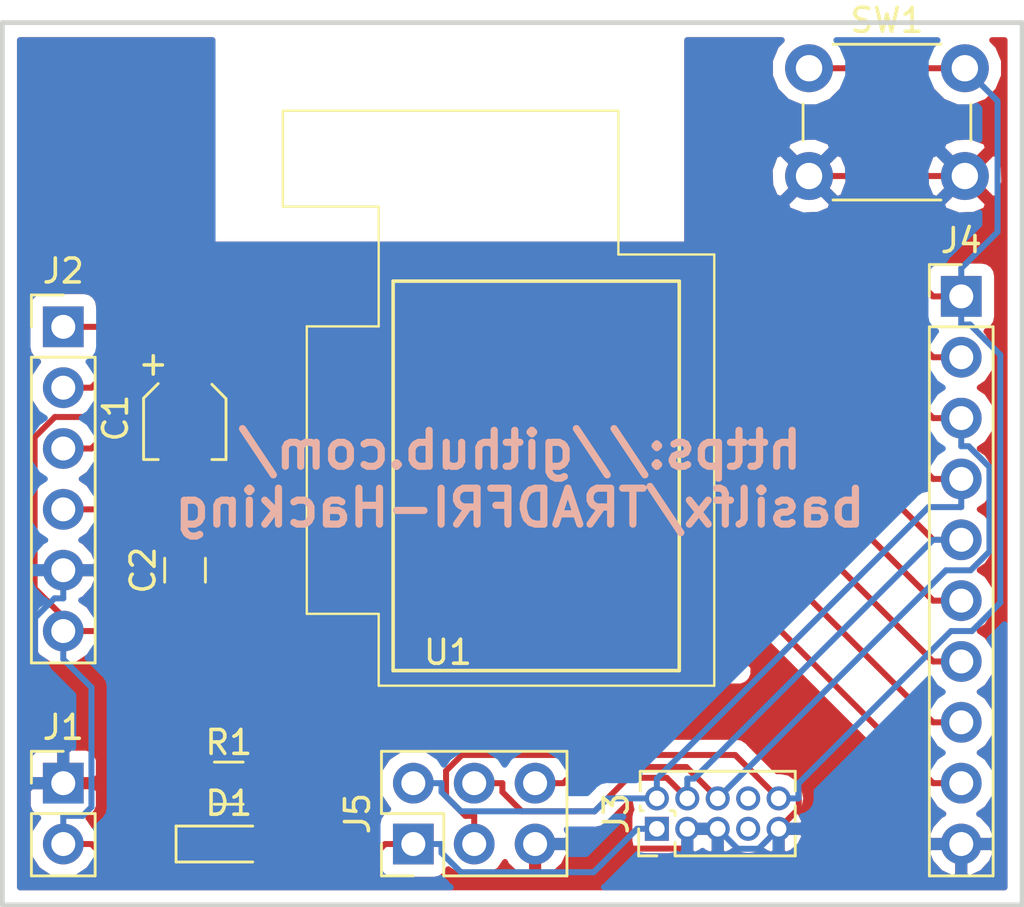
<source format=kicad_pcb>
(kicad_pcb (version 20171130) (host pcbnew "(5.0.0-rc2-dev-707-g2ed24a4)")

  (general
    (thickness 1.6)
    (drawings 5)
    (tracks 174)
    (zones 0)
    (modules 11)
    (nets 19)
  )

  (page A4)
  (layers
    (0 F.Cu signal)
    (31 B.Cu signal)
    (32 B.Adhes user)
    (33 F.Adhes user)
    (34 B.Paste user)
    (35 F.Paste user)
    (36 B.SilkS user)
    (37 F.SilkS user)
    (38 B.Mask user)
    (39 F.Mask user)
    (40 Dwgs.User user)
    (41 Cmts.User user)
    (42 Eco1.User user)
    (43 Eco2.User user)
    (44 Edge.Cuts user)
    (45 Margin user)
    (46 B.CrtYd user)
    (47 F.CrtYd user)
    (48 B.Fab user)
    (49 F.Fab user)
  )

  (setup
    (last_trace_width 0.25)
    (trace_clearance 0.2)
    (zone_clearance 0.508)
    (zone_45_only yes)
    (trace_min 0.2)
    (segment_width 0.2)
    (edge_width 0.2)
    (via_size 0.6)
    (via_drill 0.4)
    (via_min_size 0.4)
    (via_min_drill 0.3)
    (uvia_size 0.3)
    (uvia_drill 0.1)
    (uvias_allowed no)
    (uvia_min_size 0.2)
    (uvia_min_drill 0.1)
    (pcb_text_width 0.3)
    (pcb_text_size 1.5 1.5)
    (mod_edge_width 0.15)
    (mod_text_size 1 1)
    (mod_text_width 0.15)
    (pad_size 1.524 1.524)
    (pad_drill 0.762)
    (pad_to_mask_clearance 0.2)
    (aux_axis_origin 0 0)
    (visible_elements FFFFFF7F)
    (pcbplotparams
      (layerselection 0x00030_80000001)
      (usegerberextensions false)
      (usegerberattributes false)
      (usegerberadvancedattributes false)
      (creategerberjobfile false)
      (excludeedgelayer true)
      (linewidth 0.100000)
      (plotframeref false)
      (viasonmask false)
      (mode 1)
      (useauxorigin false)
      (hpglpennumber 1)
      (hpglpenspeed 20)
      (hpglpendiameter 15)
      (psnegative false)
      (psa4output false)
      (plotreference true)
      (plotvalue true)
      (plotinvisibletext false)
      (padsonsilk false)
      (subtractmaskfromsilk false)
      (outputformat 4)
      (mirror false)
      (drillshape 0)
      (scaleselection 1)
      (outputdirectory ""))
  )

  (net 0 "")
  (net 1 GND)
  (net 2 +3V3)
  (net 3 "Net-(D1-Pad1)")
  (net 4 "Net-(J2-Pad1)")
  (net 5 "Net-(J2-Pad2)")
  (net 6 "Net-(J2-Pad3)")
  (net 7 "Net-(J2-Pad4)")
  (net 8 /SWDIO)
  (net 9 /SWCLK)
  (net 10 /SWO)
  (net 11 /RESETn)
  (net 12 "Net-(J4-Pad2)")
  (net 13 "Net-(J4-Pad6)")
  (net 14 "Net-(J4-Pad7)")
  (net 15 "Net-(J4-Pad8)")
  (net 16 "Net-(J4-Pad9)")
  (net 17 "Net-(J3-Pad7)")
  (net 18 "Net-(J3-Pad8)")

  (net_class Default "Dit is de standaard class."
    (clearance 0.2)
    (trace_width 0.25)
    (via_dia 0.6)
    (via_drill 0.4)
    (uvia_dia 0.3)
    (uvia_drill 0.1)
    (add_net +3V3)
    (add_net /RESETn)
    (add_net /SWCLK)
    (add_net /SWDIO)
    (add_net /SWO)
    (add_net GND)
    (add_net "Net-(D1-Pad1)")
    (add_net "Net-(J2-Pad1)")
    (add_net "Net-(J2-Pad2)")
    (add_net "Net-(J2-Pad3)")
    (add_net "Net-(J2-Pad4)")
    (add_net "Net-(J3-Pad7)")
    (add_net "Net-(J3-Pad8)")
    (add_net "Net-(J4-Pad2)")
    (add_net "Net-(J4-Pad6)")
    (add_net "Net-(J4-Pad7)")
    (add_net "Net-(J4-Pad8)")
    (add_net "Net-(J4-Pad9)")
  )

  (module Capacitors_SMD:CP_Elec_3x5.3 (layer F.Cu) (tedit 58AA85CF) (tstamp 5A0E1EB0)
    (at 148.59 109.22 270)
    (descr "SMT capacitor, aluminium electrolytic, 3x5.3")
    (path /5A0E2BAB)
    (attr smd)
    (fp_text reference C1 (at 0 2.9 270) (layer F.SilkS)
      (effects (font (size 1 1) (thickness 0.15)))
    )
    (fp_text value CP (at -0.03 -2.9 270) (layer F.Fab)
      (effects (font (size 1 1) (thickness 0.15)))
    )
    (fp_circle (center 0 0) (end 0.3 1.5) (layer F.Fab) (width 0.1))
    (fp_text user + (at -0.94 -0.08 270) (layer F.Fab)
      (effects (font (size 1 1) (thickness 0.15)))
    )
    (fp_text user + (at -2.22 1.4 270) (layer F.SilkS)
      (effects (font (size 1 1) (thickness 0.15)))
    )
    (fp_text user %R (at 0 2.9 270) (layer F.Fab)
      (effects (font (size 1 1) (thickness 0.15)))
    )
    (fp_line (start -1.56 -0.75) (end -1.56 0.77) (layer F.Fab) (width 0.1))
    (fp_line (start -0.75 -1.56) (end -1.56 -0.75) (layer F.Fab) (width 0.1))
    (fp_line (start -0.76 1.57) (end -1.56 0.77) (layer F.Fab) (width 0.1))
    (fp_line (start 1.57 1.57) (end 1.57 -1.56) (layer F.Fab) (width 0.1))
    (fp_line (start 1.56 1.57) (end -0.76 1.57) (layer F.Fab) (width 0.1))
    (fp_line (start 1.57 -1.56) (end -0.75 -1.56) (layer F.Fab) (width 0.1))
    (fp_line (start -0.83 1.73) (end -1.44 1.12) (layer F.SilkS) (width 0.12))
    (fp_line (start 1.73 1.73) (end 1.73 1.12) (layer F.SilkS) (width 0.12))
    (fp_line (start -0.81 -1.71) (end -1.41 -1.12) (layer F.SilkS) (width 0.12))
    (fp_line (start 1.73 -1.71) (end 1.73 -1.12) (layer F.SilkS) (width 0.12))
    (fp_line (start -0.83 1.73) (end 1.71 1.73) (layer F.SilkS) (width 0.12))
    (fp_line (start 1.73 -1.71) (end -0.81 -1.71) (layer F.SilkS) (width 0.12))
    (fp_line (start -2.85 -1.82) (end 2.85 -1.82) (layer F.CrtYd) (width 0.05))
    (fp_line (start -2.85 -1.82) (end -2.85 1.82) (layer F.CrtYd) (width 0.05))
    (fp_line (start 2.85 1.82) (end 2.85 -1.82) (layer F.CrtYd) (width 0.05))
    (fp_line (start 2.85 1.82) (end -2.85 1.82) (layer F.CrtYd) (width 0.05))
    (pad 2 smd rect (at 1.5 0 270) (size 2.2 1.6) (layers F.Cu F.Paste F.Mask)
      (net 1 GND))
    (pad 1 smd rect (at -1.5 0 270) (size 2.2 1.6) (layers F.Cu F.Paste F.Mask)
      (net 2 +3V3))
    (model Capacitors_SMD.3dshapes/CP_Elec_3x5.3.wrl
      (at (xyz 0 0 0))
      (scale (xyz 1 1 1))
      (rotate (xyz 0 0 180))
    )
  )

  (module Capacitors_SMD:C_0805_HandSoldering (layer F.Cu) (tedit 58AA84A8) (tstamp 5A0E1EB6)
    (at 148.59 115.57 90)
    (descr "Capacitor SMD 0805, hand soldering")
    (tags "capacitor 0805")
    (path /5A0E2C05)
    (attr smd)
    (fp_text reference C2 (at 0 -1.75 90) (layer F.SilkS)
      (effects (font (size 1 1) (thickness 0.15)))
    )
    (fp_text value C (at 0 1.75 90) (layer F.Fab)
      (effects (font (size 1 1) (thickness 0.15)))
    )
    (fp_text user %R (at 0 -1.75 90) (layer F.Fab)
      (effects (font (size 1 1) (thickness 0.15)))
    )
    (fp_line (start -1 0.62) (end -1 -0.62) (layer F.Fab) (width 0.1))
    (fp_line (start 1 0.62) (end -1 0.62) (layer F.Fab) (width 0.1))
    (fp_line (start 1 -0.62) (end 1 0.62) (layer F.Fab) (width 0.1))
    (fp_line (start -1 -0.62) (end 1 -0.62) (layer F.Fab) (width 0.1))
    (fp_line (start 0.5 -0.85) (end -0.5 -0.85) (layer F.SilkS) (width 0.12))
    (fp_line (start -0.5 0.85) (end 0.5 0.85) (layer F.SilkS) (width 0.12))
    (fp_line (start -2.25 -0.88) (end 2.25 -0.88) (layer F.CrtYd) (width 0.05))
    (fp_line (start -2.25 -0.88) (end -2.25 0.87) (layer F.CrtYd) (width 0.05))
    (fp_line (start 2.25 0.87) (end 2.25 -0.88) (layer F.CrtYd) (width 0.05))
    (fp_line (start 2.25 0.87) (end -2.25 0.87) (layer F.CrtYd) (width 0.05))
    (pad 1 smd rect (at -1.25 0 90) (size 1.5 1.25) (layers F.Cu F.Paste F.Mask)
      (net 2 +3V3))
    (pad 2 smd rect (at 1.25 0 90) (size 1.5 1.25) (layers F.Cu F.Paste F.Mask)
      (net 1 GND))
    (model Capacitors_SMD.3dshapes/C_0805.wrl
      (at (xyz 0 0 0))
      (scale (xyz 1 1 1))
      (rotate (xyz 0 0 0))
    )
  )

  (module LEDs:LED_0805_HandSoldering (layer F.Cu) (tedit 595FCA25) (tstamp 5A0E1EBC)
    (at 150.415 127)
    (descr "Resistor SMD 0805, hand soldering")
    (tags "resistor 0805")
    (path /5A0E23A0)
    (attr smd)
    (fp_text reference D1 (at 0 -1.7) (layer F.SilkS)
      (effects (font (size 1 1) (thickness 0.15)))
    )
    (fp_text value LED (at 3.89 0 90) (layer F.Fab)
      (effects (font (size 1 1) (thickness 0.15)))
    )
    (fp_line (start -0.4 -0.4) (end -0.4 0.4) (layer F.Fab) (width 0.1))
    (fp_line (start -0.4 0) (end 0.2 -0.4) (layer F.Fab) (width 0.1))
    (fp_line (start 0.2 0.4) (end -0.4 0) (layer F.Fab) (width 0.1))
    (fp_line (start 0.2 -0.4) (end 0.2 0.4) (layer F.Fab) (width 0.1))
    (fp_line (start -1 0.62) (end -1 -0.62) (layer F.Fab) (width 0.1))
    (fp_line (start 1 0.62) (end -1 0.62) (layer F.Fab) (width 0.1))
    (fp_line (start 1 -0.62) (end 1 0.62) (layer F.Fab) (width 0.1))
    (fp_line (start -1 -0.62) (end 1 -0.62) (layer F.Fab) (width 0.1))
    (fp_line (start 1 0.75) (end -2.2 0.75) (layer F.SilkS) (width 0.12))
    (fp_line (start -2.2 -0.75) (end 1 -0.75) (layer F.SilkS) (width 0.12))
    (fp_line (start -2.35 -0.9) (end 2.35 -0.9) (layer F.CrtYd) (width 0.05))
    (fp_line (start -2.35 -0.9) (end -2.35 0.9) (layer F.CrtYd) (width 0.05))
    (fp_line (start 2.35 0.9) (end 2.35 -0.9) (layer F.CrtYd) (width 0.05))
    (fp_line (start 2.35 0.9) (end -2.35 0.9) (layer F.CrtYd) (width 0.05))
    (fp_line (start -2.2 -0.75) (end -2.2 0.75) (layer F.SilkS) (width 0.12))
    (pad 1 smd rect (at -1.35 0) (size 1.5 1.3) (layers F.Cu F.Paste F.Mask)
      (net 3 "Net-(D1-Pad1)"))
    (pad 2 smd rect (at 1.35 0) (size 1.5 1.3) (layers F.Cu F.Paste F.Mask)
      (net 2 +3V3))
    (model ${KISYS3DMOD}/LEDs.3dshapes/LED_0805.wrl
      (at (xyz 0 0 0))
      (scale (xyz 1 1 1))
      (rotate (xyz 0 0 0))
    )
  )

  (module Pin_Headers:Pin_Header_Straight_1x02_Pitch2.54mm (layer F.Cu) (tedit 59650532) (tstamp 5A0E1EC2)
    (at 143.51 124.46)
    (descr "Through hole straight pin header, 1x02, 2.54mm pitch, single row")
    (tags "Through hole pin header THT 1x02 2.54mm single row")
    (path /5A0E2151)
    (fp_text reference J1 (at 0 -2.33) (layer F.SilkS)
      (effects (font (size 1 1) (thickness 0.15)))
    )
    (fp_text value Power (at 2.54 1.27 90) (layer F.Fab)
      (effects (font (size 1 1) (thickness 0.15)))
    )
    (fp_line (start -0.635 -1.27) (end 1.27 -1.27) (layer F.Fab) (width 0.1))
    (fp_line (start 1.27 -1.27) (end 1.27 3.81) (layer F.Fab) (width 0.1))
    (fp_line (start 1.27 3.81) (end -1.27 3.81) (layer F.Fab) (width 0.1))
    (fp_line (start -1.27 3.81) (end -1.27 -0.635) (layer F.Fab) (width 0.1))
    (fp_line (start -1.27 -0.635) (end -0.635 -1.27) (layer F.Fab) (width 0.1))
    (fp_line (start -1.33 3.87) (end 1.33 3.87) (layer F.SilkS) (width 0.12))
    (fp_line (start -1.33 1.27) (end -1.33 3.87) (layer F.SilkS) (width 0.12))
    (fp_line (start 1.33 1.27) (end 1.33 3.87) (layer F.SilkS) (width 0.12))
    (fp_line (start -1.33 1.27) (end 1.33 1.27) (layer F.SilkS) (width 0.12))
    (fp_line (start -1.33 0) (end -1.33 -1.33) (layer F.SilkS) (width 0.12))
    (fp_line (start -1.33 -1.33) (end 0 -1.33) (layer F.SilkS) (width 0.12))
    (fp_line (start -1.8 -1.8) (end -1.8 4.35) (layer F.CrtYd) (width 0.05))
    (fp_line (start -1.8 4.35) (end 1.8 4.35) (layer F.CrtYd) (width 0.05))
    (fp_line (start 1.8 4.35) (end 1.8 -1.8) (layer F.CrtYd) (width 0.05))
    (fp_line (start 1.8 -1.8) (end -1.8 -1.8) (layer F.CrtYd) (width 0.05))
    (fp_text user %R (at 0 1.27 90) (layer F.Fab)
      (effects (font (size 1 1) (thickness 0.15)))
    )
    (pad 1 thru_hole rect (at 0 0) (size 1.7 1.7) (drill 1) (layers *.Cu *.Mask)
      (net 1 GND))
    (pad 2 thru_hole oval (at 0 2.54) (size 1.7 1.7) (drill 1) (layers *.Cu *.Mask)
      (net 2 +3V3))
    (model ${KISYS3DMOD}/Pin_Headers.3dshapes/Pin_Header_Straight_1x02_Pitch2.54mm.wrl
      (at (xyz 0 0 0))
      (scale (xyz 1 1 1))
      (rotate (xyz 0 0 0))
    )
  )

  (module Pin_Headers:Pin_Header_Straight_1x06_Pitch2.54mm (layer F.Cu) (tedit 59650532) (tstamp 5A0E1ECC)
    (at 143.51 105.41)
    (descr "Through hole straight pin header, 1x06, 2.54mm pitch, single row")
    (tags "Through hole pin header THT 1x06 2.54mm single row")
    (path /5A0E1D8E)
    (fp_text reference J2 (at 0 -2.33) (layer F.SilkS)
      (effects (font (size 1 1) (thickness 0.15)))
    )
    (fp_text value Left (at -0.01 -2.51) (layer F.Fab)
      (effects (font (size 1 1) (thickness 0.15)))
    )
    (fp_line (start -0.635 -1.27) (end 1.27 -1.27) (layer F.Fab) (width 0.1))
    (fp_line (start 1.27 -1.27) (end 1.27 13.97) (layer F.Fab) (width 0.1))
    (fp_line (start 1.27 13.97) (end -1.27 13.97) (layer F.Fab) (width 0.1))
    (fp_line (start -1.27 13.97) (end -1.27 -0.635) (layer F.Fab) (width 0.1))
    (fp_line (start -1.27 -0.635) (end -0.635 -1.27) (layer F.Fab) (width 0.1))
    (fp_line (start -1.33 14.03) (end 1.33 14.03) (layer F.SilkS) (width 0.12))
    (fp_line (start -1.33 1.27) (end -1.33 14.03) (layer F.SilkS) (width 0.12))
    (fp_line (start 1.33 1.27) (end 1.33 14.03) (layer F.SilkS) (width 0.12))
    (fp_line (start -1.33 1.27) (end 1.33 1.27) (layer F.SilkS) (width 0.12))
    (fp_line (start -1.33 0) (end -1.33 -1.33) (layer F.SilkS) (width 0.12))
    (fp_line (start -1.33 -1.33) (end 0 -1.33) (layer F.SilkS) (width 0.12))
    (fp_line (start -1.8 -1.8) (end -1.8 14.5) (layer F.CrtYd) (width 0.05))
    (fp_line (start -1.8 14.5) (end 1.8 14.5) (layer F.CrtYd) (width 0.05))
    (fp_line (start 1.8 14.5) (end 1.8 -1.8) (layer F.CrtYd) (width 0.05))
    (fp_line (start 1.8 -1.8) (end -1.8 -1.8) (layer F.CrtYd) (width 0.05))
    (fp_text user %R (at 0 6.35 90) (layer F.Fab)
      (effects (font (size 1 1) (thickness 0.15)))
    )
    (pad 1 thru_hole rect (at 0 0) (size 1.7 1.7) (drill 1) (layers *.Cu *.Mask)
      (net 4 "Net-(J2-Pad1)"))
    (pad 2 thru_hole oval (at 0 2.54) (size 1.7 1.7) (drill 1) (layers *.Cu *.Mask)
      (net 5 "Net-(J2-Pad2)"))
    (pad 3 thru_hole oval (at 0 5.08) (size 1.7 1.7) (drill 1) (layers *.Cu *.Mask)
      (net 6 "Net-(J2-Pad3)"))
    (pad 4 thru_hole oval (at 0 7.62) (size 1.7 1.7) (drill 1) (layers *.Cu *.Mask)
      (net 7 "Net-(J2-Pad4)"))
    (pad 5 thru_hole oval (at 0 10.16) (size 1.7 1.7) (drill 1) (layers *.Cu *.Mask)
      (net 1 GND))
    (pad 6 thru_hole oval (at 0 12.7) (size 1.7 1.7) (drill 1) (layers *.Cu *.Mask)
      (net 2 +3V3))
    (model ${KISYS3DMOD}/Pin_Headers.3dshapes/Pin_Header_Straight_1x06_Pitch2.54mm.wrl
      (at (xyz 0 0 0))
      (scale (xyz 1 1 1))
      (rotate (xyz 0 0 0))
    )
  )

  (module Pin_Headers:Pin_Header_Straight_1x10_Pitch2.54mm (layer F.Cu) (tedit 59650532) (tstamp 5A0E1EE4)
    (at 180.975 104.14)
    (descr "Through hole straight pin header, 1x10, 2.54mm pitch, single row")
    (tags "Through hole pin header THT 1x10 2.54mm single row")
    (path /5A0E1C62)
    (fp_text reference J4 (at 0 -2.33) (layer F.SilkS)
      (effects (font (size 1 1) (thickness 0.15)))
    )
    (fp_text value Right (at -0.075 -2.74 180) (layer F.Fab)
      (effects (font (size 1 1) (thickness 0.15)))
    )
    (fp_line (start -0.635 -1.27) (end 1.27 -1.27) (layer F.Fab) (width 0.1))
    (fp_line (start 1.27 -1.27) (end 1.27 24.13) (layer F.Fab) (width 0.1))
    (fp_line (start 1.27 24.13) (end -1.27 24.13) (layer F.Fab) (width 0.1))
    (fp_line (start -1.27 24.13) (end -1.27 -0.635) (layer F.Fab) (width 0.1))
    (fp_line (start -1.27 -0.635) (end -0.635 -1.27) (layer F.Fab) (width 0.1))
    (fp_line (start -1.33 24.19) (end 1.33 24.19) (layer F.SilkS) (width 0.12))
    (fp_line (start -1.33 1.27) (end -1.33 24.19) (layer F.SilkS) (width 0.12))
    (fp_line (start 1.33 1.27) (end 1.33 24.19) (layer F.SilkS) (width 0.12))
    (fp_line (start -1.33 1.27) (end 1.33 1.27) (layer F.SilkS) (width 0.12))
    (fp_line (start -1.33 0) (end -1.33 -1.33) (layer F.SilkS) (width 0.12))
    (fp_line (start -1.33 -1.33) (end 0 -1.33) (layer F.SilkS) (width 0.12))
    (fp_line (start -1.8 -1.8) (end -1.8 24.65) (layer F.CrtYd) (width 0.05))
    (fp_line (start -1.8 24.65) (end 1.8 24.65) (layer F.CrtYd) (width 0.05))
    (fp_line (start 1.8 24.65) (end 1.8 -1.8) (layer F.CrtYd) (width 0.05))
    (fp_line (start 1.8 -1.8) (end -1.8 -1.8) (layer F.CrtYd) (width 0.05))
    (fp_text user %R (at 0 11.43 90) (layer F.Fab)
      (effects (font (size 1 1) (thickness 0.15)))
    )
    (pad 1 thru_hole rect (at 0 0) (size 1.7 1.7) (drill 1) (layers *.Cu *.Mask)
      (net 11 /RESETn))
    (pad 2 thru_hole oval (at 0 2.54) (size 1.7 1.7) (drill 1) (layers *.Cu *.Mask)
      (net 12 "Net-(J4-Pad2)"))
    (pad 3 thru_hole oval (at 0 5.08) (size 1.7 1.7) (drill 1) (layers *.Cu *.Mask)
      (net 10 /SWO))
    (pad 4 thru_hole oval (at 0 7.62) (size 1.7 1.7) (drill 1) (layers *.Cu *.Mask)
      (net 8 /SWDIO))
    (pad 5 thru_hole oval (at 0 10.16) (size 1.7 1.7) (drill 1) (layers *.Cu *.Mask)
      (net 9 /SWCLK))
    (pad 6 thru_hole oval (at 0 12.7) (size 1.7 1.7) (drill 1) (layers *.Cu *.Mask)
      (net 13 "Net-(J4-Pad6)"))
    (pad 7 thru_hole oval (at 0 15.24) (size 1.7 1.7) (drill 1) (layers *.Cu *.Mask)
      (net 14 "Net-(J4-Pad7)"))
    (pad 8 thru_hole oval (at 0 17.78) (size 1.7 1.7) (drill 1) (layers *.Cu *.Mask)
      (net 15 "Net-(J4-Pad8)"))
    (pad 9 thru_hole oval (at 0 20.32) (size 1.7 1.7) (drill 1) (layers *.Cu *.Mask)
      (net 16 "Net-(J4-Pad9)"))
    (pad 10 thru_hole oval (at 0 22.86) (size 1.7 1.7) (drill 1) (layers *.Cu *.Mask)
      (net 1 GND))
    (model ${KISYS3DMOD}/Pin_Headers.3dshapes/Pin_Header_Straight_1x10_Pitch2.54mm.wrl
      (at (xyz 0 0 0))
      (scale (xyz 1 1 1))
      (rotate (xyz 0 0 0))
    )
  )

  (module Resistors_SMD:R_0805_HandSoldering (layer F.Cu) (tedit 58E0A804) (tstamp 5A0E1EF8)
    (at 150.415 124.46)
    (descr "Resistor SMD 0805, hand soldering")
    (tags "resistor 0805")
    (path /5A0E24CE)
    (attr smd)
    (fp_text reference R1 (at 0 -1.7) (layer F.SilkS)
      (effects (font (size 1 1) (thickness 0.15)))
    )
    (fp_text value R (at 0 1.75) (layer F.Fab)
      (effects (font (size 1 1) (thickness 0.15)))
    )
    (fp_text user %R (at 0 0) (layer F.Fab)
      (effects (font (size 0.5 0.5) (thickness 0.075)))
    )
    (fp_line (start -1 0.62) (end -1 -0.62) (layer F.Fab) (width 0.1))
    (fp_line (start 1 0.62) (end -1 0.62) (layer F.Fab) (width 0.1))
    (fp_line (start 1 -0.62) (end 1 0.62) (layer F.Fab) (width 0.1))
    (fp_line (start -1 -0.62) (end 1 -0.62) (layer F.Fab) (width 0.1))
    (fp_line (start 0.6 0.88) (end -0.6 0.88) (layer F.SilkS) (width 0.12))
    (fp_line (start -0.6 -0.88) (end 0.6 -0.88) (layer F.SilkS) (width 0.12))
    (fp_line (start -2.35 -0.9) (end 2.35 -0.9) (layer F.CrtYd) (width 0.05))
    (fp_line (start -2.35 -0.9) (end -2.35 0.9) (layer F.CrtYd) (width 0.05))
    (fp_line (start 2.35 0.9) (end 2.35 -0.9) (layer F.CrtYd) (width 0.05))
    (fp_line (start 2.35 0.9) (end -2.35 0.9) (layer F.CrtYd) (width 0.05))
    (pad 1 smd rect (at -1.35 0) (size 1.5 1.3) (layers F.Cu F.Paste F.Mask)
      (net 1 GND))
    (pad 2 smd rect (at 1.35 0) (size 1.5 1.3) (layers F.Cu F.Paste F.Mask)
      (net 3 "Net-(D1-Pad1)"))
    (model ${KISYS3DMOD}/Resistors_SMD.3dshapes/R_0805.wrl
      (at (xyz 0 0 0))
      (scale (xyz 1 1 1))
      (rotate (xyz 0 0 0))
    )
  )

  (module Buttons_Switches_THT:SW_PUSH_6mm (layer F.Cu) (tedit 5923F252) (tstamp 5A0E1F00)
    (at 174.625 94.615)
    (descr https://www.omron.com/ecb/products/pdf/en-b3f.pdf)
    (tags "tact sw push 6mm")
    (path /5A0E2005)
    (fp_text reference SW1 (at 3.25 -2) (layer F.SilkS)
      (effects (font (size 1 1) (thickness 0.15)))
    )
    (fp_text value RESET (at -2.225 2.285 90) (layer F.Fab)
      (effects (font (size 1 1) (thickness 0.15)))
    )
    (fp_text user %R (at 3.25 2.25) (layer F.Fab)
      (effects (font (size 1 1) (thickness 0.15)))
    )
    (fp_line (start 3.25 -0.75) (end 6.25 -0.75) (layer F.Fab) (width 0.1))
    (fp_line (start 6.25 -0.75) (end 6.25 5.25) (layer F.Fab) (width 0.1))
    (fp_line (start 6.25 5.25) (end 0.25 5.25) (layer F.Fab) (width 0.1))
    (fp_line (start 0.25 5.25) (end 0.25 -0.75) (layer F.Fab) (width 0.1))
    (fp_line (start 0.25 -0.75) (end 3.25 -0.75) (layer F.Fab) (width 0.1))
    (fp_line (start 7.75 6) (end 8 6) (layer F.CrtYd) (width 0.05))
    (fp_line (start 8 6) (end 8 5.75) (layer F.CrtYd) (width 0.05))
    (fp_line (start 7.75 -1.5) (end 8 -1.5) (layer F.CrtYd) (width 0.05))
    (fp_line (start 8 -1.5) (end 8 -1.25) (layer F.CrtYd) (width 0.05))
    (fp_line (start -1.5 -1.25) (end -1.5 -1.5) (layer F.CrtYd) (width 0.05))
    (fp_line (start -1.5 -1.5) (end -1.25 -1.5) (layer F.CrtYd) (width 0.05))
    (fp_line (start -1.5 5.75) (end -1.5 6) (layer F.CrtYd) (width 0.05))
    (fp_line (start -1.5 6) (end -1.25 6) (layer F.CrtYd) (width 0.05))
    (fp_line (start -1.25 -1.5) (end 7.75 -1.5) (layer F.CrtYd) (width 0.05))
    (fp_line (start -1.5 5.75) (end -1.5 -1.25) (layer F.CrtYd) (width 0.05))
    (fp_line (start 7.75 6) (end -1.25 6) (layer F.CrtYd) (width 0.05))
    (fp_line (start 8 -1.25) (end 8 5.75) (layer F.CrtYd) (width 0.05))
    (fp_line (start 1 5.5) (end 5.5 5.5) (layer F.SilkS) (width 0.12))
    (fp_line (start -0.25 1.5) (end -0.25 3) (layer F.SilkS) (width 0.12))
    (fp_line (start 5.5 -1) (end 1 -1) (layer F.SilkS) (width 0.12))
    (fp_line (start 6.75 3) (end 6.75 1.5) (layer F.SilkS) (width 0.12))
    (fp_circle (center 3.25 2.25) (end 1.25 2.5) (layer F.Fab) (width 0.1))
    (pad 2 thru_hole circle (at 0 4.5 90) (size 2 2) (drill 1.1) (layers *.Cu *.Mask)
      (net 1 GND))
    (pad 1 thru_hole circle (at 0 0 90) (size 2 2) (drill 1.1) (layers *.Cu *.Mask)
      (net 11 /RESETn))
    (pad 2 thru_hole circle (at 6.5 4.5 90) (size 2 2) (drill 1.1) (layers *.Cu *.Mask)
      (net 1 GND))
    (pad 1 thru_hole circle (at 6.5 0 90) (size 2 2) (drill 1.1) (layers *.Cu *.Mask)
      (net 11 /RESETn))
    (model ${KISYS3DMOD}/Buttons_Switches_THT.3dshapes/SW_PUSH_6mm.wrl
      (offset (xyz 0.1269999980926514 0 0))
      (scale (xyz 0.3937 0.3937 0.3937))
      (rotate (xyz 0 0 0))
    )
  )

  (module Pin_Headers:Pin_Header_Straight_2x05_Pitch1.27mm (layer F.Cu) (tedit 59650536) (tstamp 5B02A96C)
    (at 168.275 126.365 90)
    (descr "Through hole straight pin header, 2x05, 1.27mm pitch, double rows")
    (tags "Through hole pin header THT 2x05 1.27mm double row")
    (path /5A0E3330)
    (fp_text reference J3 (at 0.635 -1.695 90) (layer F.SilkS)
      (effects (font (size 1 1) (thickness 0.15)))
    )
    (fp_text value ARM-JTAG (at 3.565 2.625 180) (layer F.Fab)
      (effects (font (size 1 1) (thickness 0.15)))
    )
    (fp_line (start -0.2175 -0.635) (end 2.34 -0.635) (layer F.Fab) (width 0.1))
    (fp_line (start 2.34 -0.635) (end 2.34 5.715) (layer F.Fab) (width 0.1))
    (fp_line (start 2.34 5.715) (end -1.07 5.715) (layer F.Fab) (width 0.1))
    (fp_line (start -1.07 5.715) (end -1.07 0.2175) (layer F.Fab) (width 0.1))
    (fp_line (start -1.07 0.2175) (end -0.2175 -0.635) (layer F.Fab) (width 0.1))
    (fp_line (start -1.13 5.775) (end -0.30753 5.775) (layer F.SilkS) (width 0.12))
    (fp_line (start 1.57753 5.775) (end 2.4 5.775) (layer F.SilkS) (width 0.12))
    (fp_line (start 0.30753 5.775) (end 0.96247 5.775) (layer F.SilkS) (width 0.12))
    (fp_line (start -1.13 0.76) (end -1.13 5.775) (layer F.SilkS) (width 0.12))
    (fp_line (start 2.4 -0.695) (end 2.4 5.775) (layer F.SilkS) (width 0.12))
    (fp_line (start -1.13 0.76) (end -0.563471 0.76) (layer F.SilkS) (width 0.12))
    (fp_line (start 0.563471 0.76) (end 0.706529 0.76) (layer F.SilkS) (width 0.12))
    (fp_line (start 0.76 0.706529) (end 0.76 0.563471) (layer F.SilkS) (width 0.12))
    (fp_line (start 0.76 -0.563471) (end 0.76 -0.695) (layer F.SilkS) (width 0.12))
    (fp_line (start 0.76 -0.695) (end 0.96247 -0.695) (layer F.SilkS) (width 0.12))
    (fp_line (start 1.57753 -0.695) (end 2.4 -0.695) (layer F.SilkS) (width 0.12))
    (fp_line (start -1.13 0) (end -1.13 -0.76) (layer F.SilkS) (width 0.12))
    (fp_line (start -1.13 -0.76) (end 0 -0.76) (layer F.SilkS) (width 0.12))
    (fp_line (start -1.6 -1.15) (end -1.6 6.25) (layer F.CrtYd) (width 0.05))
    (fp_line (start -1.6 6.25) (end 2.85 6.25) (layer F.CrtYd) (width 0.05))
    (fp_line (start 2.85 6.25) (end 2.85 -1.15) (layer F.CrtYd) (width 0.05))
    (fp_line (start 2.85 -1.15) (end -1.6 -1.15) (layer F.CrtYd) (width 0.05))
    (fp_text user %R (at 0.635 2.54 180) (layer F.Fab)
      (effects (font (size 1 1) (thickness 0.15)))
    )
    (pad 1 thru_hole rect (at 0 0 90) (size 1 1) (drill 0.65) (layers *.Cu *.Mask)
      (net 2 +3V3))
    (pad 2 thru_hole oval (at 1.27 0 90) (size 1 1) (drill 0.65) (layers *.Cu *.Mask)
      (net 8 /SWDIO))
    (pad 3 thru_hole oval (at 0 1.27 90) (size 1 1) (drill 0.65) (layers *.Cu *.Mask)
      (net 1 GND))
    (pad 4 thru_hole oval (at 1.27 1.27 90) (size 1 1) (drill 0.65) (layers *.Cu *.Mask)
      (net 9 /SWCLK))
    (pad 5 thru_hole oval (at 0 2.54 90) (size 1 1) (drill 0.65) (layers *.Cu *.Mask)
      (net 1 GND))
    (pad 6 thru_hole oval (at 1.27 2.54 90) (size 1 1) (drill 0.65) (layers *.Cu *.Mask)
      (net 10 /SWO))
    (pad 7 thru_hole oval (at 0 3.81 90) (size 1 1) (drill 0.65) (layers *.Cu *.Mask)
      (net 17 "Net-(J3-Pad7)"))
    (pad 8 thru_hole oval (at 1.27 3.81 90) (size 1 1) (drill 0.65) (layers *.Cu *.Mask)
      (net 18 "Net-(J3-Pad8)"))
    (pad 9 thru_hole oval (at 0 5.08 90) (size 1 1) (drill 0.65) (layers *.Cu *.Mask)
      (net 1 GND))
    (pad 10 thru_hole oval (at 1.27 5.08 90) (size 1 1) (drill 0.65) (layers *.Cu *.Mask)
      (net 11 /RESETn))
    (model ${KISYS3DMOD}/Pin_Headers.3dshapes/Pin_Header_Straight_2x05_Pitch1.27mm.wrl
      (at (xyz 0 0 0))
      (scale (xyz 1 1 1))
      (rotate (xyz 0 0 0))
    )
  )

  (module Pin_Headers:Pin_Header_Straight_2x03_Pitch2.54mm (layer F.Cu) (tedit 59650532) (tstamp 5A1186F9)
    (at 158.115 127 90)
    (descr "Through hole straight pin header, 2x03, 2.54mm pitch, double rows")
    (tags "Through hole pin header THT 2x03 2.54mm double row")
    (path /5A0E338C)
    (fp_text reference J5 (at 1.27 -2.33 90) (layer F.SilkS)
      (effects (font (size 1 1) (thickness 0.15)))
    )
    (fp_text value JTAG (at 5 2.485 180) (layer F.Fab)
      (effects (font (size 1 1) (thickness 0.15)))
    )
    (fp_line (start 0 -1.27) (end 3.81 -1.27) (layer F.Fab) (width 0.1))
    (fp_line (start 3.81 -1.27) (end 3.81 6.35) (layer F.Fab) (width 0.1))
    (fp_line (start 3.81 6.35) (end -1.27 6.35) (layer F.Fab) (width 0.1))
    (fp_line (start -1.27 6.35) (end -1.27 0) (layer F.Fab) (width 0.1))
    (fp_line (start -1.27 0) (end 0 -1.27) (layer F.Fab) (width 0.1))
    (fp_line (start -1.33 6.41) (end 3.87 6.41) (layer F.SilkS) (width 0.12))
    (fp_line (start -1.33 1.27) (end -1.33 6.41) (layer F.SilkS) (width 0.12))
    (fp_line (start 3.87 -1.33) (end 3.87 6.41) (layer F.SilkS) (width 0.12))
    (fp_line (start -1.33 1.27) (end 1.27 1.27) (layer F.SilkS) (width 0.12))
    (fp_line (start 1.27 1.27) (end 1.27 -1.33) (layer F.SilkS) (width 0.12))
    (fp_line (start 1.27 -1.33) (end 3.87 -1.33) (layer F.SilkS) (width 0.12))
    (fp_line (start -1.33 0) (end -1.33 -1.33) (layer F.SilkS) (width 0.12))
    (fp_line (start -1.33 -1.33) (end 0 -1.33) (layer F.SilkS) (width 0.12))
    (fp_line (start -1.8 -1.8) (end -1.8 6.85) (layer F.CrtYd) (width 0.05))
    (fp_line (start -1.8 6.85) (end 4.35 6.85) (layer F.CrtYd) (width 0.05))
    (fp_line (start 4.35 6.85) (end 4.35 -1.8) (layer F.CrtYd) (width 0.05))
    (fp_line (start 4.35 -1.8) (end -1.8 -1.8) (layer F.CrtYd) (width 0.05))
    (fp_text user %R (at 1.27 2.54 180) (layer F.Fab)
      (effects (font (size 1 1) (thickness 0.15)))
    )
    (pad 1 thru_hole rect (at 0 0 90) (size 1.7 1.7) (drill 1) (layers *.Cu *.Mask)
      (net 2 +3V3))
    (pad 2 thru_hole oval (at 2.54 0 90) (size 1.7 1.7) (drill 1) (layers *.Cu *.Mask)
      (net 8 /SWDIO))
    (pad 3 thru_hole oval (at 0 2.54 90) (size 1.7 1.7) (drill 1) (layers *.Cu *.Mask)
      (net 11 /RESETn))
    (pad 4 thru_hole oval (at 2.54 2.54 90) (size 1.7 1.7) (drill 1) (layers *.Cu *.Mask)
      (net 9 /SWCLK))
    (pad 5 thru_hole oval (at 0 5.08 90) (size 1.7 1.7) (drill 1) (layers *.Cu *.Mask)
      (net 1 GND))
    (pad 6 thru_hole oval (at 2.54 5.08 90) (size 1.7 1.7) (drill 1) (layers *.Cu *.Mask)
      (net 10 /SWO))
    (model ${KISYS3DMOD}/Pin_Headers.3dshapes/Pin_Header_Straight_2x03_Pitch2.54mm.wrl
      (at (xyz 0 0 0))
      (scale (xyz 1 1 1))
      (rotate (xyz 0 0 0))
    )
  )

  (module IKEA:TRADFRI_PCB2.0 (layer F.Cu) (tedit 5A117EA7) (tstamp 5A118702)
    (at 166.67 96.391)
    (path /5A1186AF)
    (fp_text reference U1 (at -7.112 22.606) (layer F.SilkS)
      (effects (font (size 1 1) (thickness 0.15)))
    )
    (fp_text value TRADFRI (at -6.604 2.032) (layer F.Fab)
      (effects (font (size 1 1) (thickness 0.15)))
    )
    (fp_line (start -9.398 7.112) (end 2.54 7.112) (layer F.SilkS) (width 0.15))
    (fp_line (start -9.398 23.368) (end -9.398 7.112) (layer F.SilkS) (width 0.15))
    (fp_line (start 2.54 23.368) (end -9.398 23.368) (layer F.SilkS) (width 0.15))
    (fp_line (start 2.54 7.112) (end 2.54 23.368) (layer F.SilkS) (width 0.15))
    (fp_line (start 0 0) (end 0 6) (layer F.SilkS) (width 0.1))
    (fp_line (start -10 9) (end -10 4) (layer F.SilkS) (width 0.1))
    (fp_line (start -13 21) (end -13 9) (layer F.SilkS) (width 0.1))
    (fp_line (start -10 4) (end -14 4) (layer F.SilkS) (width 0.1))
    (fp_line (start -14 0) (end 0 0) (layer F.SilkS) (width 0.1))
    (fp_line (start -14 4) (end -14 0) (layer F.SilkS) (width 0.1))
    (fp_line (start 4 24) (end -10 24) (layer F.SilkS) (width 0.1))
    (fp_line (start 0 6) (end 4 6) (layer F.SilkS) (width 0.1))
    (fp_line (start -10 21) (end -13 21) (layer F.SilkS) (width 0.1))
    (fp_line (start -13 9) (end -10 9) (layer F.SilkS) (width 0.1))
    (fp_line (start -10 24) (end -10 21) (layer F.SilkS) (width 0.1))
    (fp_line (start 4 6) (end 4 24) (layer F.SilkS) (width 0.1))
    (pad 1 smd rect (at -13 10) (size 2 1) (layers F.Cu F.Paste F.Mask)
      (net 4 "Net-(J2-Pad1)"))
    (pad 2 smd rect (at -13 11.95) (size 2 1) (layers F.Cu F.Paste F.Mask)
      (net 5 "Net-(J2-Pad2)"))
    (pad 3 smd rect (at -13 13.95) (size 2 1) (layers F.Cu F.Paste F.Mask)
      (net 6 "Net-(J2-Pad3)"))
    (pad 4 smd rect (at -13 16.004) (size 2 1) (layers F.Cu F.Paste F.Mask)
      (net 7 "Net-(J2-Pad4)"))
    (pad 5 smd rect (at -13 18) (size 2 1) (layers F.Cu F.Paste F.Mask)
      (net 1 GND))
    (pad 6 smd rect (at -13 20) (size 2 1) (layers F.Cu F.Paste F.Mask)
      (net 2 +3V3))
    (pad 7 smd rect (at 4 22.9) (size 2 1) (layers F.Cu F.Paste F.Mask)
      (net 1 GND))
    (pad 8 smd rect (at 4 21.15) (size 2 1) (layers F.Cu F.Paste F.Mask)
      (net 16 "Net-(J4-Pad9)"))
    (pad 9 smd rect (at 4 19.4) (size 2 1) (layers F.Cu F.Paste F.Mask)
      (net 15 "Net-(J4-Pad8)"))
    (pad 10 smd rect (at 4 17.65) (size 2 1) (layers F.Cu F.Paste F.Mask)
      (net 14 "Net-(J4-Pad7)"))
    (pad 11 smd rect (at 4 15.9) (size 2 1) (layers F.Cu F.Paste F.Mask)
      (net 13 "Net-(J4-Pad6)"))
    (pad 12 smd rect (at 4 14.1) (size 2 1) (layers F.Cu F.Paste F.Mask)
      (net 9 /SWCLK))
    (pad 13 smd rect (at 4 12.35) (size 2 1) (layers F.Cu F.Paste F.Mask)
      (net 8 /SWDIO))
    (pad 14 smd rect (at 4 10.6) (size 2 1) (layers F.Cu F.Paste F.Mask)
      (net 10 /SWO))
    (pad 15 smd rect (at 4 8.85) (size 2 1) (layers F.Cu F.Paste F.Mask)
      (net 12 "Net-(J4-Pad2)"))
    (pad 16 smd rect (at 4 7.1) (size 2 1) (layers F.Cu F.Paste F.Mask)
      (net 11 /RESETn))
  )

  (gr_text "https://github.com/\nbasilfx/TRADFRI-Hacking" (at 162.56 111.76) (layer B.SilkS)
    (effects (font (size 1.5 1.5) (thickness 0.3)) (justify mirror))
  )
  (gr_line (start 183.515 92.71) (end 140.97 92.71) (layer Edge.Cuts) (width 0.2))
  (gr_line (start 183.515 129.54) (end 183.515 92.71) (layer Edge.Cuts) (width 0.2))
  (gr_line (start 140.97 129.54) (end 183.515 129.54) (layer Edge.Cuts) (width 0.2))
  (gr_line (start 140.97 92.71) (end 140.97 129.54) (layer Edge.Cuts) (width 0.2))

  (segment (start 148.59 114.32) (end 149.5403 114.32) (width 0.25) (layer F.Cu) (net 1))
  (segment (start 164.5606 127.1903) (end 169.545 127.1903) (width 0.25) (layer F.Cu) (net 1))
  (segment (start 164.3703 127) (end 164.5606 127.1903) (width 0.25) (layer F.Cu) (net 1))
  (segment (start 163.195 127) (end 164.3703 127) (width 0.25) (layer F.Cu) (net 1))
  (segment (start 169.545 126.365) (end 169.545 127.1903) (width 0.25) (layer F.Cu) (net 1))
  (segment (start 170.815 126.365) (end 169.545 126.365) (width 0.25) (layer F.Cu) (net 1))
  (segment (start 149.065 124.46) (end 143.51 124.46) (width 0.25) (layer F.Cu) (net 1))
  (segment (start 145.9353 114.32) (end 148.59 114.32) (width 0.25) (layer F.Cu) (net 1))
  (segment (start 144.6853 115.57) (end 145.9353 114.32) (width 0.25) (layer F.Cu) (net 1))
  (segment (start 143.51 115.57) (end 144.6853 115.57) (width 0.25) (layer F.Cu) (net 1))
  (segment (start 142.3347 122.1094) (end 143.51 123.2847) (width 0.25) (layer B.Cu) (net 1))
  (segment (start 142.3347 117.5533) (end 142.3347 122.1094) (width 0.25) (layer B.Cu) (net 1))
  (segment (start 143.1427 116.7453) (end 142.3347 117.5533) (width 0.25) (layer B.Cu) (net 1))
  (segment (start 143.51 116.7453) (end 143.1427 116.7453) (width 0.25) (layer B.Cu) (net 1))
  (segment (start 143.51 115.57) (end 143.51 116.7453) (width 0.25) (layer B.Cu) (net 1))
  (segment (start 143.51 124.46) (end 143.51 123.2847) (width 0.25) (layer B.Cu) (net 1))
  (segment (start 181.125 99.115) (end 174.625 99.115) (width 0.25) (layer F.Cu) (net 1))
  (segment (start 171.6494 127.1994) (end 170.815 126.365) (width 0.25) (layer B.Cu) (net 1))
  (segment (start 172.5206 127.1994) (end 171.6494 127.1994) (width 0.25) (layer B.Cu) (net 1))
  (segment (start 173.355 126.365) (end 172.5206 127.1994) (width 0.25) (layer B.Cu) (net 1))
  (segment (start 149.6113 114.391) (end 153.67 114.391) (width 0.25) (layer F.Cu) (net 1))
  (segment (start 149.5403 114.32) (end 149.6113 114.391) (width 0.25) (layer F.Cu) (net 1))
  (segment (start 170.0074 119.291) (end 169.3447 119.291) (width 0.25) (layer F.Cu) (net 1))
  (segment (start 170.2714 101.9254) (end 161.1253 111.0715) (width 0.25) (layer F.Cu) (net 1))
  (segment (start 171.8146 101.9254) (end 170.2714 101.9254) (width 0.25) (layer F.Cu) (net 1))
  (segment (start 174.625 99.115) (end 171.8146 101.9254) (width 0.25) (layer F.Cu) (net 1))
  (segment (start 161.1253 111.0715) (end 169.3447 119.291) (width 0.25) (layer F.Cu) (net 1))
  (segment (start 148.59 110.72) (end 149.7153 110.72) (width 0.25) (layer F.Cu) (net 1))
  (segment (start 153.67 114.391) (end 154.9953 114.391) (width 0.25) (layer F.Cu) (net 1))
  (segment (start 154.9953 111.5696) (end 154.9953 114.391) (width 0.25) (layer F.Cu) (net 1))
  (segment (start 160.6272 111.5696) (end 154.9953 111.5696) (width 0.25) (layer F.Cu) (net 1))
  (segment (start 161.1253 111.0715) (end 160.6272 111.5696) (width 0.25) (layer F.Cu) (net 1))
  (segment (start 150.5649 111.5696) (end 149.7153 110.72) (width 0.25) (layer F.Cu) (net 1))
  (segment (start 154.9953 111.5696) (end 150.5649 111.5696) (width 0.25) (layer F.Cu) (net 1))
  (segment (start 170.67 119.291) (end 170.0074 119.291) (width 0.25) (layer F.Cu) (net 1))
  (segment (start 170.67 119.291) (end 171.9953 119.291) (width 0.25) (layer F.Cu) (net 1))
  (segment (start 174.1966 125.5234) (end 173.355 126.365) (width 0.25) (layer F.Cu) (net 1))
  (segment (start 174.1966 121.4923) (end 174.1966 125.5234) (width 0.25) (layer F.Cu) (net 1))
  (segment (start 171.9953 119.291) (end 174.1966 121.4923) (width 0.25) (layer F.Cu) (net 1))
  (segment (start 175.6732 127) (end 180.975 127) (width 0.25) (layer F.Cu) (net 1))
  (segment (start 174.1966 125.5234) (end 175.6732 127) (width 0.25) (layer F.Cu) (net 1))
  (segment (start 153.67 116.391) (end 152.3447 116.391) (width 0.25) (layer F.Cu) (net 2))
  (segment (start 159.2903 127.3674) (end 159.2903 127) (width 0.25) (layer B.Cu) (net 2))
  (segment (start 160.0982 128.1753) (end 159.2903 127.3674) (width 0.25) (layer B.Cu) (net 2))
  (segment (start 165.6394 128.1753) (end 160.0982 128.1753) (width 0.25) (layer B.Cu) (net 2))
  (segment (start 167.4497 126.365) (end 165.6394 128.1753) (width 0.25) (layer B.Cu) (net 2))
  (segment (start 168.275 126.365) (end 167.4497 126.365) (width 0.25) (layer B.Cu) (net 2))
  (segment (start 158.115 127) (end 159.2903 127) (width 0.25) (layer B.Cu) (net 2))
  (segment (start 144.6853 120.4606) (end 143.51 119.2853) (width 0.25) (layer B.Cu) (net 2))
  (segment (start 144.6853 125.4574) (end 144.6853 120.4606) (width 0.25) (layer B.Cu) (net 2))
  (segment (start 144.318 125.8247) (end 144.6853 125.4574) (width 0.25) (layer B.Cu) (net 2))
  (segment (start 143.51 125.8247) (end 144.318 125.8247) (width 0.25) (layer B.Cu) (net 2))
  (segment (start 143.51 127) (end 143.51 125.8247) (width 0.25) (layer B.Cu) (net 2))
  (segment (start 143.51 118.11) (end 143.51 119.2853) (width 0.25) (layer B.Cu) (net 2))
  (segment (start 143.51 118.11) (end 144.0977 118.11) (width 0.25) (layer F.Cu) (net 2))
  (segment (start 146.3444 107.72) (end 148.59 107.72) (width 0.25) (layer F.Cu) (net 2))
  (segment (start 144.8897 109.1747) (end 146.3444 107.72) (width 0.25) (layer F.Cu) (net 2))
  (segment (start 143.1584 109.1747) (end 144.8897 109.1747) (width 0.25) (layer F.Cu) (net 2))
  (segment (start 142.3146 110.0185) (end 143.1584 109.1747) (width 0.25) (layer F.Cu) (net 2))
  (segment (start 142.3146 116.3269) (end 142.3146 110.0185) (width 0.25) (layer F.Cu) (net 2))
  (segment (start 144.0977 118.11) (end 142.3146 116.3269) (width 0.25) (layer F.Cu) (net 2))
  (segment (start 151.9157 116.82) (end 148.59 116.82) (width 0.25) (layer F.Cu) (net 2))
  (segment (start 152.3447 116.391) (end 151.9157 116.82) (width 0.25) (layer F.Cu) (net 2))
  (segment (start 146.3497 118.11) (end 144.0977 118.11) (width 0.25) (layer F.Cu) (net 2))
  (segment (start 147.6397 116.82) (end 146.3497 118.11) (width 0.25) (layer F.Cu) (net 2))
  (segment (start 148.59 116.82) (end 147.6397 116.82) (width 0.25) (layer F.Cu) (net 2))
  (segment (start 151.765 127) (end 151.765 127.4876) (width 0.25) (layer F.Cu) (net 2))
  (segment (start 156.4521 127.4876) (end 156.9397 127) (width 0.25) (layer F.Cu) (net 2))
  (segment (start 151.765 127.4876) (end 156.4521 127.4876) (width 0.25) (layer F.Cu) (net 2))
  (segment (start 158.115 127) (end 156.9397 127) (width 0.25) (layer F.Cu) (net 2))
  (segment (start 151.2772 127.9754) (end 151.765 127.4876) (width 0.25) (layer F.Cu) (net 2))
  (segment (start 145.6607 127.9754) (end 151.2772 127.9754) (width 0.25) (layer F.Cu) (net 2))
  (segment (start 144.6853 127) (end 145.6607 127.9754) (width 0.25) (layer F.Cu) (net 2))
  (segment (start 143.51 127) (end 144.6853 127) (width 0.25) (layer F.Cu) (net 2))
  (segment (start 149.6544 125.4353) (end 149.065 126.0247) (width 0.25) (layer F.Cu) (net 3))
  (segment (start 151.765 125.4353) (end 149.6544 125.4353) (width 0.25) (layer F.Cu) (net 3))
  (segment (start 151.765 124.46) (end 151.765 125.4353) (width 0.25) (layer F.Cu) (net 3))
  (segment (start 149.065 127) (end 149.065 126.0247) (width 0.25) (layer F.Cu) (net 3))
  (segment (start 151.3637 105.41) (end 143.51 105.41) (width 0.25) (layer F.Cu) (net 4))
  (segment (start 152.3447 106.391) (end 151.3637 105.41) (width 0.25) (layer F.Cu) (net 4))
  (segment (start 153.67 106.391) (end 152.3447 106.391) (width 0.25) (layer F.Cu) (net 4))
  (segment (start 153.67 108.341) (end 152.3447 108.341) (width 0.25) (layer F.Cu) (net 5))
  (segment (start 143.51 107.95) (end 144.6853 107.95) (width 0.25) (layer F.Cu) (net 5))
  (segment (start 150.2983 106.2946) (end 152.3447 108.341) (width 0.25) (layer F.Cu) (net 5))
  (segment (start 146.3407 106.2946) (end 150.2983 106.2946) (width 0.25) (layer F.Cu) (net 5))
  (segment (start 144.6853 107.95) (end 146.3407 106.2946) (width 0.25) (layer F.Cu) (net 5))
  (segment (start 145.8807 109.2946) (end 144.6853 110.49) (width 0.25) (layer F.Cu) (net 6))
  (segment (start 151.2983 109.2946) (end 145.8807 109.2946) (width 0.25) (layer F.Cu) (net 6))
  (segment (start 152.3447 110.341) (end 151.2983 109.2946) (width 0.25) (layer F.Cu) (net 6))
  (segment (start 153.67 110.341) (end 152.3447 110.341) (width 0.25) (layer F.Cu) (net 6))
  (segment (start 143.51 110.49) (end 144.6853 110.49) (width 0.25) (layer F.Cu) (net 6))
  (segment (start 151.7097 113.03) (end 143.51 113.03) (width 0.25) (layer F.Cu) (net 7))
  (segment (start 152.3447 112.395) (end 151.7097 113.03) (width 0.25) (layer F.Cu) (net 7))
  (segment (start 153.67 112.395) (end 152.3447 112.395) (width 0.25) (layer F.Cu) (net 7))
  (segment (start 176.7807 108.741) (end 179.7997 111.76) (width 0.25) (layer F.Cu) (net 8))
  (segment (start 170.67 108.741) (end 176.7807 108.741) (width 0.25) (layer F.Cu) (net 8))
  (segment (start 180.975 111.76) (end 179.7997 111.76) (width 0.25) (layer F.Cu) (net 8))
  (segment (start 158.115 124.46) (end 159.2903 124.46) (width 0.25) (layer B.Cu) (net 8))
  (segment (start 159.2903 124.8274) (end 159.2903 124.46) (width 0.25) (layer B.Cu) (net 8))
  (segment (start 160.0982 125.6353) (end 159.2903 124.8274) (width 0.25) (layer B.Cu) (net 8))
  (segment (start 165.6762 125.6353) (end 160.0982 125.6353) (width 0.25) (layer B.Cu) (net 8))
  (segment (start 166.2165 125.095) (end 165.6762 125.6353) (width 0.25) (layer B.Cu) (net 8))
  (segment (start 168.275 125.095) (end 166.2165 125.095) (width 0.25) (layer B.Cu) (net 8))
  (segment (start 179.6094 112.9353) (end 168.275 124.2697) (width 0.25) (layer B.Cu) (net 8))
  (segment (start 180.975 112.9353) (end 179.6094 112.9353) (width 0.25) (layer B.Cu) (net 8))
  (segment (start 180.975 111.76) (end 180.975 112.9353) (width 0.25) (layer B.Cu) (net 8))
  (segment (start 168.275 125.095) (end 168.275 124.2697) (width 0.25) (layer B.Cu) (net 8))
  (segment (start 175.9907 110.491) (end 179.7997 114.3) (width 0.25) (layer F.Cu) (net 9))
  (segment (start 170.67 110.491) (end 175.9907 110.491) (width 0.25) (layer F.Cu) (net 9))
  (segment (start 180.975 114.3) (end 179.7997 114.3) (width 0.25) (layer F.Cu) (net 9))
  (segment (start 169.83 124.2697) (end 179.7997 114.3) (width 0.25) (layer B.Cu) (net 9))
  (segment (start 169.545 124.2697) (end 169.83 124.2697) (width 0.25) (layer B.Cu) (net 9))
  (segment (start 180.975 114.3) (end 179.7997 114.3) (width 0.25) (layer B.Cu) (net 9))
  (segment (start 169.545 125.095) (end 169.545 124.2697) (width 0.25) (layer B.Cu) (net 9))
  (segment (start 161.8303 124.8274) (end 161.8303 124.46) (width 0.25) (layer F.Cu) (net 9))
  (segment (start 162.6382 125.6353) (end 161.8303 124.8274) (width 0.25) (layer F.Cu) (net 9))
  (segment (start 165.6762 125.6353) (end 162.6382 125.6353) (width 0.25) (layer F.Cu) (net 9))
  (segment (start 167.0754 124.2361) (end 165.6762 125.6353) (width 0.25) (layer F.Cu) (net 9))
  (segment (start 168.6861 124.2361) (end 167.0754 124.2361) (width 0.25) (layer F.Cu) (net 9))
  (segment (start 169.545 125.095) (end 168.6861 124.2361) (width 0.25) (layer F.Cu) (net 9))
  (segment (start 160.655 124.46) (end 161.8303 124.46) (width 0.25) (layer F.Cu) (net 9))
  (segment (start 163.195 124.46) (end 164.3703 124.46) (width 0.25) (layer F.Cu) (net 10))
  (segment (start 165.0446 123.7857) (end 164.3703 124.46) (width 0.25) (layer F.Cu) (net 10))
  (segment (start 169.5057 123.7857) (end 165.0446 123.7857) (width 0.25) (layer F.Cu) (net 10))
  (segment (start 170.815 125.095) (end 169.5057 123.7857) (width 0.25) (layer F.Cu) (net 10))
  (segment (start 180.335 115.575) (end 170.815 125.095) (width 0.25) (layer B.Cu) (net 10))
  (segment (start 181.3643 115.575) (end 180.335 115.575) (width 0.25) (layer B.Cu) (net 10))
  (segment (start 182.1503 114.789) (end 181.3643 115.575) (width 0.25) (layer B.Cu) (net 10))
  (segment (start 182.1503 111.2596) (end 182.1503 114.789) (width 0.25) (layer B.Cu) (net 10))
  (segment (start 181.286 110.3953) (end 182.1503 111.2596) (width 0.25) (layer B.Cu) (net 10))
  (segment (start 180.975 110.3953) (end 181.286 110.3953) (width 0.25) (layer B.Cu) (net 10))
  (segment (start 180.975 109.22) (end 180.975 110.3953) (width 0.25) (layer B.Cu) (net 10))
  (segment (start 177.5707 106.991) (end 179.7997 109.22) (width 0.25) (layer F.Cu) (net 10))
  (segment (start 170.67 106.991) (end 177.5707 106.991) (width 0.25) (layer F.Cu) (net 10))
  (segment (start 180.975 109.22) (end 179.7997 109.22) (width 0.25) (layer F.Cu) (net 10))
  (segment (start 181.125 94.615) (end 174.625 94.615) (width 0.25) (layer F.Cu) (net 11))
  (segment (start 182.4901 95.9801) (end 181.125 94.615) (width 0.25) (layer B.Cu) (net 11))
  (segment (start 182.4901 101.4496) (end 182.4901 95.9801) (width 0.25) (layer B.Cu) (net 11))
  (segment (start 180.975 102.9647) (end 182.4901 101.4496) (width 0.25) (layer B.Cu) (net 11))
  (segment (start 180.975 104.14) (end 180.975 102.9647) (width 0.25) (layer B.Cu) (net 11))
  (segment (start 181.3423 105.3153) (end 180.975 105.3153) (width 0.25) (layer B.Cu) (net 11))
  (segment (start 182.6036 106.5766) (end 181.3423 105.3153) (width 0.25) (layer B.Cu) (net 11))
  (segment (start 182.6036 116.9286) (end 182.6036 106.5766) (width 0.25) (layer B.Cu) (net 11))
  (segment (start 181.4222 118.11) (end 182.6036 116.9286) (width 0.25) (layer B.Cu) (net 11))
  (segment (start 180.5463 118.11) (end 181.4222 118.11) (width 0.25) (layer B.Cu) (net 11))
  (segment (start 174.1803 124.476) (end 180.5463 118.11) (width 0.25) (layer B.Cu) (net 11))
  (segment (start 174.1803 125.095) (end 174.1803 124.476) (width 0.25) (layer B.Cu) (net 11))
  (segment (start 173.355 125.095) (end 174.1803 125.095) (width 0.25) (layer B.Cu) (net 11))
  (segment (start 180.975 104.14) (end 180.975 105.3153) (width 0.25) (layer B.Cu) (net 11))
  (segment (start 179.1507 103.491) (end 179.7997 104.14) (width 0.25) (layer F.Cu) (net 11))
  (segment (start 170.67 103.491) (end 179.1507 103.491) (width 0.25) (layer F.Cu) (net 11))
  (segment (start 180.975 104.14) (end 179.7997 104.14) (width 0.25) (layer F.Cu) (net 11))
  (segment (start 160.2876 125.8247) (end 160.655 125.8247) (width 0.25) (layer F.Cu) (net 11))
  (segment (start 159.4797 125.0168) (end 160.2876 125.8247) (width 0.25) (layer F.Cu) (net 11))
  (segment (start 159.4797 123.9453) (end 159.4797 125.0168) (width 0.25) (layer F.Cu) (net 11))
  (segment (start 160.1413 123.2837) (end 159.4797 123.9453) (width 0.25) (layer F.Cu) (net 11))
  (segment (start 171.5437 123.2837) (end 160.1413 123.2837) (width 0.25) (layer F.Cu) (net 11))
  (segment (start 173.355 125.095) (end 171.5437 123.2837) (width 0.25) (layer F.Cu) (net 11))
  (segment (start 160.655 127) (end 160.655 125.8247) (width 0.25) (layer F.Cu) (net 11))
  (segment (start 178.3607 105.241) (end 179.7997 106.68) (width 0.25) (layer F.Cu) (net 12))
  (segment (start 170.67 105.241) (end 178.3607 105.241) (width 0.25) (layer F.Cu) (net 12))
  (segment (start 180.975 106.68) (end 179.7997 106.68) (width 0.25) (layer F.Cu) (net 12))
  (segment (start 175.2507 112.291) (end 179.7997 116.84) (width 0.25) (layer F.Cu) (net 13))
  (segment (start 170.67 112.291) (end 175.2507 112.291) (width 0.25) (layer F.Cu) (net 13))
  (segment (start 180.975 116.84) (end 179.7997 116.84) (width 0.25) (layer F.Cu) (net 13))
  (segment (start 174.4607 114.041) (end 179.7997 119.38) (width 0.25) (layer F.Cu) (net 14))
  (segment (start 170.67 114.041) (end 174.4607 114.041) (width 0.25) (layer F.Cu) (net 14))
  (segment (start 180.975 119.38) (end 179.7997 119.38) (width 0.25) (layer F.Cu) (net 14))
  (segment (start 173.6707 115.791) (end 179.7997 121.92) (width 0.25) (layer F.Cu) (net 15))
  (segment (start 170.67 115.791) (end 173.6707 115.791) (width 0.25) (layer F.Cu) (net 15))
  (segment (start 180.975 121.92) (end 179.7997 121.92) (width 0.25) (layer F.Cu) (net 15))
  (segment (start 172.8807 117.541) (end 179.7997 124.46) (width 0.25) (layer F.Cu) (net 16))
  (segment (start 170.67 117.541) (end 172.8807 117.541) (width 0.25) (layer F.Cu) (net 16))
  (segment (start 180.975 124.46) (end 179.7997 124.46) (width 0.25) (layer F.Cu) (net 16))

  (zone (net 0) (net_name "") (layers F&B.Cu) (tstamp 0) (hatch edge 0.508)
    (connect_pads (clearance 0.508))
    (min_thickness 0.254)
    (keepout (tracks not_allowed) (vias not_allowed) (copperpour not_allowed))
    (fill (arc_segments 16) (thermal_gap 0.508) (thermal_bridge_width 0.508))
    (polygon
      (pts
        (xy 149.86 92.71) (xy 169.418 92.71) (xy 169.418 101.854) (xy 149.86 101.854)
      )
    )
  )
  (zone (net 1) (net_name GND) (layer F.Cu) (tstamp 0) (hatch edge 0.508)
    (connect_pads (clearance 0.508))
    (min_thickness 0.254)
    (fill yes (arc_segments 16) (thermal_gap 0.508) (thermal_bridge_width 0.508))
    (polygon
      (pts
        (xy 141.224 92.964) (xy 183.134 92.964) (xy 183.134 129.286) (xy 141.224 129.286)
      )
    )
    (filled_polygon
      (pts
        (xy 149.733 101.854) (xy 149.742667 101.902601) (xy 149.770197 101.943803) (xy 149.811399 101.971333) (xy 149.86 101.981)
        (xy 169.418 101.981) (xy 169.466601 101.971333) (xy 169.507803 101.943803) (xy 169.535333 101.902601) (xy 169.545 101.854)
        (xy 169.545 100.267532) (xy 173.652073 100.267532) (xy 173.750736 100.534387) (xy 174.360461 100.760908) (xy 175.01046 100.736856)
        (xy 175.499264 100.534387) (xy 175.597927 100.267532) (xy 180.152073 100.267532) (xy 180.250736 100.534387) (xy 180.860461 100.760908)
        (xy 181.51046 100.736856) (xy 181.999264 100.534387) (xy 182.097927 100.267532) (xy 181.125 99.294605) (xy 180.152073 100.267532)
        (xy 175.597927 100.267532) (xy 174.625 99.294605) (xy 173.652073 100.267532) (xy 169.545 100.267532) (xy 169.545 98.850461)
        (xy 172.979092 98.850461) (xy 173.003144 99.50046) (xy 173.205613 99.989264) (xy 173.472468 100.087927) (xy 174.445395 99.115)
        (xy 174.804605 99.115) (xy 175.777532 100.087927) (xy 176.044387 99.989264) (xy 176.270908 99.379539) (xy 176.251331 98.850461)
        (xy 179.479092 98.850461) (xy 179.503144 99.50046) (xy 179.705613 99.989264) (xy 179.972468 100.087927) (xy 180.945395 99.115)
        (xy 181.304605 99.115) (xy 182.277532 100.087927) (xy 182.544387 99.989264) (xy 182.770908 99.379539) (xy 182.746856 98.72954)
        (xy 182.544387 98.240736) (xy 182.277532 98.142073) (xy 181.304605 99.115) (xy 180.945395 99.115) (xy 179.972468 98.142073)
        (xy 179.705613 98.240736) (xy 179.479092 98.850461) (xy 176.251331 98.850461) (xy 176.246856 98.72954) (xy 176.044387 98.240736)
        (xy 175.777532 98.142073) (xy 174.804605 99.115) (xy 174.445395 99.115) (xy 173.472468 98.142073) (xy 173.205613 98.240736)
        (xy 172.979092 98.850461) (xy 169.545 98.850461) (xy 169.545 97.962468) (xy 173.652073 97.962468) (xy 174.625 98.935395)
        (xy 175.597927 97.962468) (xy 180.152073 97.962468) (xy 181.125 98.935395) (xy 182.097927 97.962468) (xy 181.999264 97.695613)
        (xy 181.389539 97.469092) (xy 180.73954 97.493144) (xy 180.250736 97.695613) (xy 180.152073 97.962468) (xy 175.597927 97.962468)
        (xy 175.499264 97.695613) (xy 174.889539 97.469092) (xy 174.23954 97.493144) (xy 173.750736 97.695613) (xy 173.652073 97.962468)
        (xy 169.545 97.962468) (xy 169.545 93.445) (xy 173.482761 93.445) (xy 173.238914 93.688847) (xy 172.99 94.289778)
        (xy 172.99 94.940222) (xy 173.238914 95.541153) (xy 173.698847 96.001086) (xy 174.299778 96.25) (xy 174.950222 96.25)
        (xy 175.551153 96.001086) (xy 176.011086 95.541153) (xy 176.079909 95.375) (xy 179.670091 95.375) (xy 179.738914 95.541153)
        (xy 180.198847 96.001086) (xy 180.799778 96.25) (xy 181.450222 96.25) (xy 182.051153 96.001086) (xy 182.511086 95.541153)
        (xy 182.76 94.940222) (xy 182.76 94.289778) (xy 182.511086 93.688847) (xy 182.267239 93.445) (xy 182.780001 93.445)
        (xy 182.78 128.805) (xy 141.705 128.805) (xy 141.705 127) (xy 141.995908 127) (xy 142.111161 127.579418)
        (xy 142.439375 128.070625) (xy 142.930582 128.398839) (xy 143.363744 128.485) (xy 143.656256 128.485) (xy 144.089418 128.398839)
        (xy 144.580625 128.070625) (xy 144.620879 128.010381) (xy 145.070371 128.459873) (xy 145.112771 128.523329) (xy 145.364163 128.691304)
        (xy 145.585848 128.7354) (xy 145.585853 128.7354) (xy 145.6607 128.750288) (xy 145.735547 128.7354) (xy 151.202353 128.7354)
        (xy 151.2772 128.750288) (xy 151.352047 128.7354) (xy 151.352052 128.7354) (xy 151.573737 128.691304) (xy 151.825129 128.523329)
        (xy 151.86753 128.459871) (xy 152.029962 128.29744) (xy 152.515 128.29744) (xy 152.762765 128.248157) (xy 152.763599 128.2476)
        (xy 156.377253 128.2476) (xy 156.4521 128.262488) (xy 156.526947 128.2476) (xy 156.526952 128.2476) (xy 156.738803 128.20546)
        (xy 156.807191 128.307809) (xy 157.017235 128.448157) (xy 157.265 128.49744) (xy 158.965 128.49744) (xy 159.212765 128.448157)
        (xy 159.422809 128.307809) (xy 159.563157 128.097765) (xy 159.572184 128.052381) (xy 159.584375 128.070625) (xy 160.075582 128.398839)
        (xy 160.508744 128.485) (xy 160.801256 128.485) (xy 161.234418 128.398839) (xy 161.725625 128.070625) (xy 161.938843 127.751522)
        (xy 161.999817 127.881358) (xy 162.428076 128.271645) (xy 162.83811 128.441476) (xy 163.068 128.320155) (xy 163.068 127.127)
        (xy 163.322 127.127) (xy 163.322 128.320155) (xy 163.55189 128.441476) (xy 163.961924 128.271645) (xy 164.390183 127.881358)
        (xy 164.636486 127.356892) (xy 164.515819 127.127) (xy 163.322 127.127) (xy 163.068 127.127) (xy 163.048 127.127)
        (xy 163.048 126.873) (xy 163.068 126.873) (xy 163.068 126.853) (xy 163.322 126.853) (xy 163.322 126.873)
        (xy 164.515819 126.873) (xy 164.636486 126.643108) (xy 164.520109 126.3953) (xy 165.601353 126.3953) (xy 165.6762 126.410188)
        (xy 165.751047 126.3953) (xy 165.751052 126.3953) (xy 165.972737 126.351204) (xy 166.224129 126.183229) (xy 166.266531 126.11977)
        (xy 167.146556 125.239745) (xy 167.205854 125.537855) (xy 167.217869 125.555836) (xy 167.176843 125.617235) (xy 167.12756 125.865)
        (xy 167.12756 126.865) (xy 167.176843 127.112765) (xy 167.317191 127.322809) (xy 167.527235 127.463157) (xy 167.775 127.51244)
        (xy 168.775 127.51244) (xy 169.022765 127.463157) (xy 169.110817 127.404322) (xy 169.243126 127.459119) (xy 169.418 127.332954)
        (xy 169.418 126.887322) (xy 169.42244 126.865) (xy 169.42244 126.492) (xy 169.672 126.492) (xy 169.672 127.332954)
        (xy 169.846874 127.459119) (xy 170.105209 127.352127) (xy 170.18 127.287511) (xy 170.254791 127.352127) (xy 170.513126 127.459119)
        (xy 170.688 127.332954) (xy 170.688 126.492) (xy 169.672 126.492) (xy 169.42244 126.492) (xy 169.42244 126.227856)
        (xy 169.433217 126.23) (xy 169.656783 126.23) (xy 169.672 126.226973) (xy 169.672 126.238) (xy 170.688 126.238)
        (xy 170.688 126.226973) (xy 170.703217 126.23) (xy 170.926783 126.23) (xy 170.942 126.226973) (xy 170.942 126.238)
        (xy 170.953027 126.238) (xy 170.927765 126.365) (xy 170.953027 126.492) (xy 170.942 126.492) (xy 170.942 127.332954)
        (xy 171.116874 127.459119) (xy 171.375209 127.352127) (xy 171.43809 127.297801) (xy 171.642145 127.434146) (xy 171.973217 127.5)
        (xy 172.196783 127.5) (xy 172.527855 127.434146) (xy 172.73191 127.297801) (xy 172.794791 127.352127) (xy 173.053126 127.459119)
        (xy 173.228 127.332954) (xy 173.228 126.492) (xy 173.482 126.492) (xy 173.482 127.332954) (xy 173.656874 127.459119)
        (xy 173.903708 127.35689) (xy 179.533524 127.35689) (xy 179.703355 127.766924) (xy 180.093642 128.195183) (xy 180.618108 128.441486)
        (xy 180.848 128.320819) (xy 180.848 127.127) (xy 181.102 127.127) (xy 181.102 128.320819) (xy 181.331892 128.441486)
        (xy 181.856358 128.195183) (xy 182.246645 127.766924) (xy 182.416476 127.35689) (xy 182.295155 127.127) (xy 181.102 127.127)
        (xy 180.848 127.127) (xy 179.654845 127.127) (xy 179.533524 127.35689) (xy 173.903708 127.35689) (xy 173.915209 127.352127)
        (xy 174.250323 127.062604) (xy 174.449132 126.666877) (xy 174.324135 126.492) (xy 173.482 126.492) (xy 173.228 126.492)
        (xy 173.216973 126.492) (xy 173.242235 126.365) (xy 173.216973 126.238) (xy 173.228 126.238) (xy 173.228 126.226973)
        (xy 173.243217 126.23) (xy 173.466783 126.23) (xy 173.482 126.226973) (xy 173.482 126.238) (xy 174.324135 126.238)
        (xy 174.449132 126.063123) (xy 174.287776 125.741947) (xy 174.424146 125.537855) (xy 174.512235 125.095) (xy 174.424146 124.652145)
        (xy 174.173289 124.276711) (xy 173.797855 124.025854) (xy 173.466783 123.96) (xy 173.294802 123.96) (xy 172.134031 122.79923)
        (xy 172.091629 122.735771) (xy 171.840237 122.567796) (xy 171.618552 122.5237) (xy 171.618547 122.5237) (xy 171.5437 122.508812)
        (xy 171.468853 122.5237) (xy 160.216148 122.5237) (xy 160.1413 122.508812) (xy 160.066452 122.5237) (xy 160.066448 122.5237)
        (xy 159.892905 122.55822) (xy 159.844762 122.567796) (xy 159.742832 122.635904) (xy 159.593371 122.735771) (xy 159.550971 122.799227)
        (xy 159.050867 123.299332) (xy 158.694418 123.061161) (xy 158.261256 122.975) (xy 157.968744 122.975) (xy 157.535582 123.061161)
        (xy 157.044375 123.389375) (xy 156.716161 123.880582) (xy 156.600908 124.46) (xy 156.716161 125.039418) (xy 157.044375 125.530625)
        (xy 157.062619 125.542816) (xy 157.017235 125.551843) (xy 156.807191 125.692191) (xy 156.666843 125.902235) (xy 156.61756 126.15)
        (xy 156.61756 126.301203) (xy 156.391771 126.452071) (xy 156.349371 126.515528) (xy 156.137299 126.7276) (xy 153.16244 126.7276)
        (xy 153.16244 126.35) (xy 153.113157 126.102235) (xy 152.972809 125.892191) (xy 152.762765 125.751843) (xy 152.652952 125.73)
        (xy 152.762765 125.708157) (xy 152.972809 125.567809) (xy 153.113157 125.357765) (xy 153.16244 125.11) (xy 153.16244 123.81)
        (xy 153.113157 123.562235) (xy 152.972809 123.352191) (xy 152.762765 123.211843) (xy 152.515 123.16256) (xy 151.015 123.16256)
        (xy 150.767235 123.211843) (xy 150.557191 123.352191) (xy 150.416843 123.562235) (xy 150.411279 123.590209) (xy 150.353327 123.450301)
        (xy 150.174698 123.271673) (xy 149.941309 123.175) (xy 149.35075 123.175) (xy 149.192 123.33375) (xy 149.192 124.333)
        (xy 149.212 124.333) (xy 149.212 124.587) (xy 149.192 124.587) (xy 149.192 124.607) (xy 148.938 124.607)
        (xy 148.938 124.587) (xy 147.83875 124.587) (xy 147.68 124.74575) (xy 147.68 125.23631) (xy 147.776673 125.469699)
        (xy 147.955302 125.648327) (xy 148.160449 125.733302) (xy 148.067235 125.751843) (xy 147.857191 125.892191) (xy 147.716843 126.102235)
        (xy 147.66756 126.35) (xy 147.66756 127.2154) (xy 145.975502 127.2154) (xy 145.275631 126.51553) (xy 145.233229 126.452071)
        (xy 144.981837 126.284096) (xy 144.792474 126.246429) (xy 144.580625 125.929375) (xy 144.558967 125.914904) (xy 144.719698 125.848327)
        (xy 144.898327 125.669699) (xy 144.995 125.43631) (xy 144.995 124.74575) (xy 144.83625 124.587) (xy 143.637 124.587)
        (xy 143.637 124.607) (xy 143.383 124.607) (xy 143.383 124.587) (xy 142.18375 124.587) (xy 142.025 124.74575)
        (xy 142.025 125.43631) (xy 142.121673 125.669699) (xy 142.300302 125.848327) (xy 142.461033 125.914904) (xy 142.439375 125.929375)
        (xy 142.111161 126.420582) (xy 141.995908 127) (xy 141.705 127) (xy 141.705 123.48369) (xy 142.025 123.48369)
        (xy 142.025 124.17425) (xy 142.18375 124.333) (xy 143.383 124.333) (xy 143.383 123.13375) (xy 143.637 123.13375)
        (xy 143.637 124.333) (xy 144.83625 124.333) (xy 144.995 124.17425) (xy 144.995 123.68369) (xy 147.68 123.68369)
        (xy 147.68 124.17425) (xy 147.83875 124.333) (xy 148.938 124.333) (xy 148.938 123.33375) (xy 148.77925 123.175)
        (xy 148.188691 123.175) (xy 147.955302 123.271673) (xy 147.776673 123.450301) (xy 147.68 123.68369) (xy 144.995 123.68369)
        (xy 144.995 123.48369) (xy 144.898327 123.250301) (xy 144.719698 123.071673) (xy 144.486309 122.975) (xy 143.79575 122.975)
        (xy 143.637 123.13375) (xy 143.383 123.13375) (xy 143.22425 122.975) (xy 142.533691 122.975) (xy 142.300302 123.071673)
        (xy 142.121673 123.250301) (xy 142.025 123.48369) (xy 141.705 123.48369) (xy 141.705 116.782532) (xy 141.766671 116.874829)
        (xy 141.83013 116.917231) (xy 142.24427 117.331371) (xy 142.111161 117.530582) (xy 141.995908 118.11) (xy 142.111161 118.689418)
        (xy 142.439375 119.180625) (xy 142.930582 119.508839) (xy 143.363744 119.595) (xy 143.656256 119.595) (xy 143.748005 119.57675)
        (xy 169.035 119.57675) (xy 169.035 119.91731) (xy 169.131673 120.150699) (xy 169.310302 120.329327) (xy 169.543691 120.426)
        (xy 170.38425 120.426) (xy 170.543 120.26725) (xy 170.543 119.418) (xy 170.797 119.418) (xy 170.797 120.26725)
        (xy 170.95575 120.426) (xy 171.796309 120.426) (xy 172.029698 120.329327) (xy 172.208327 120.150699) (xy 172.305 119.91731)
        (xy 172.305 119.57675) (xy 172.14625 119.418) (xy 170.797 119.418) (xy 170.543 119.418) (xy 169.19375 119.418)
        (xy 169.035 119.57675) (xy 143.748005 119.57675) (xy 144.089418 119.508839) (xy 144.580625 119.180625) (xy 144.788178 118.87)
        (xy 146.274853 118.87) (xy 146.3497 118.884888) (xy 146.424547 118.87) (xy 146.424552 118.87) (xy 146.646237 118.825904)
        (xy 146.897629 118.657929) (xy 146.940031 118.59447) (xy 147.506992 118.02751) (xy 147.507191 118.027809) (xy 147.717235 118.168157)
        (xy 147.965 118.21744) (xy 149.215 118.21744) (xy 149.462765 118.168157) (xy 149.672809 118.027809) (xy 149.813157 117.817765)
        (xy 149.860451 117.58) (xy 151.840853 117.58) (xy 151.9157 117.594888) (xy 151.990547 117.58) (xy 151.990552 117.58)
        (xy 152.212237 117.535904) (xy 152.352217 117.442372) (xy 152.422235 117.489157) (xy 152.67 117.53844) (xy 154.67 117.53844)
        (xy 154.917765 117.489157) (xy 155.127809 117.348809) (xy 155.268157 117.138765) (xy 155.31744 116.891) (xy 155.31744 115.891)
        (xy 155.268157 115.643235) (xy 155.127809 115.433191) (xy 155.06668 115.392345) (xy 155.208327 115.250699) (xy 155.305 115.01731)
        (xy 155.305 114.67675) (xy 155.14625 114.518) (xy 153.797 114.518) (xy 153.797 114.538) (xy 153.543 114.538)
        (xy 153.543 114.518) (xy 152.19375 114.518) (xy 152.035 114.67675) (xy 152.035 115.01731) (xy 152.131673 115.250699)
        (xy 152.27332 115.392345) (xy 152.212191 115.433191) (xy 152.071843 115.643235) (xy 152.06622 115.671504) (xy 152.048163 115.675096)
        (xy 151.796771 115.843071) (xy 151.754369 115.90653) (xy 151.600899 116.06) (xy 149.860451 116.06) (xy 149.813157 115.822235)
        (xy 149.672809 115.612191) (xy 149.61168 115.571346) (xy 149.753327 115.429698) (xy 149.85 115.196309) (xy 149.85 114.60575)
        (xy 149.69125 114.447) (xy 148.717 114.447) (xy 148.717 114.467) (xy 148.463 114.467) (xy 148.463 114.447)
        (xy 147.48875 114.447) (xy 147.33 114.60575) (xy 147.33 115.196309) (xy 147.426673 115.429698) (xy 147.56832 115.571346)
        (xy 147.507191 115.612191) (xy 147.366843 115.822235) (xy 147.31756 116.07) (xy 147.31756 116.121204) (xy 147.155226 116.229671)
        (xy 147.155224 116.229673) (xy 147.091771 116.272071) (xy 147.049373 116.335524) (xy 146.034899 117.35) (xy 144.788178 117.35)
        (xy 144.580625 117.039375) (xy 144.261522 116.826157) (xy 144.391358 116.765183) (xy 144.781645 116.336924) (xy 144.951476 115.92689)
        (xy 144.830155 115.697) (xy 143.637 115.697) (xy 143.637 115.717) (xy 143.383 115.717) (xy 143.383 115.697)
        (xy 143.363 115.697) (xy 143.363 115.443) (xy 143.383 115.443) (xy 143.383 115.423) (xy 143.637 115.423)
        (xy 143.637 115.443) (xy 144.830155 115.443) (xy 144.951476 115.21311) (xy 144.781645 114.803076) (xy 144.391358 114.374817)
        (xy 144.261522 114.313843) (xy 144.580625 114.100625) (xy 144.788178 113.79) (xy 147.33 113.79) (xy 147.33 114.03425)
        (xy 147.48875 114.193) (xy 148.463 114.193) (xy 148.463 114.173) (xy 148.717 114.173) (xy 148.717 114.193)
        (xy 149.69125 114.193) (xy 149.85 114.03425) (xy 149.85 113.79) (xy 151.634853 113.79) (xy 151.7097 113.804888)
        (xy 151.784547 113.79) (xy 151.784552 113.79) (xy 152.006237 113.745904) (xy 152.056766 113.712141) (xy 152.035 113.76469)
        (xy 152.035 114.10525) (xy 152.19375 114.264) (xy 153.543 114.264) (xy 153.543 114.244) (xy 153.797 114.244)
        (xy 153.797 114.264) (xy 155.14625 114.264) (xy 155.305 114.10525) (xy 155.305 113.76469) (xy 155.208327 113.531301)
        (xy 155.069078 113.392052) (xy 155.127809 113.352809) (xy 155.268157 113.142765) (xy 155.31744 112.895) (xy 155.31744 111.895)
        (xy 155.268157 111.647235) (xy 155.127809 111.437191) (xy 155.024258 111.368) (xy 155.127809 111.298809) (xy 155.268157 111.088765)
        (xy 155.31744 110.841) (xy 155.31744 109.841) (xy 155.268157 109.593235) (xy 155.127809 109.383191) (xy 155.064666 109.341)
        (xy 155.127809 109.298809) (xy 155.268157 109.088765) (xy 155.31744 108.841) (xy 155.31744 107.841) (xy 155.268157 107.593235)
        (xy 155.127809 107.383191) (xy 155.102081 107.366) (xy 155.127809 107.348809) (xy 155.268157 107.138765) (xy 155.31744 106.891)
        (xy 155.31744 105.891) (xy 155.268157 105.643235) (xy 155.127809 105.433191) (xy 154.917765 105.292843) (xy 154.67 105.24356)
        (xy 152.67 105.24356) (xy 152.422235 105.292843) (xy 152.361756 105.333254) (xy 151.954031 104.92553) (xy 151.911629 104.862071)
        (xy 151.660237 104.694096) (xy 151.438552 104.65) (xy 151.438547 104.65) (xy 151.3637 104.635112) (xy 151.288853 104.65)
        (xy 145.00744 104.65) (xy 145.00744 104.56) (xy 144.958157 104.312235) (xy 144.817809 104.102191) (xy 144.607765 103.961843)
        (xy 144.36 103.91256) (xy 142.66 103.91256) (xy 142.412235 103.961843) (xy 142.202191 104.102191) (xy 142.061843 104.312235)
        (xy 142.01256 104.56) (xy 142.01256 106.26) (xy 142.061843 106.507765) (xy 142.202191 106.717809) (xy 142.412235 106.858157)
        (xy 142.457619 106.867184) (xy 142.439375 106.879375) (xy 142.111161 107.370582) (xy 141.995908 107.95) (xy 142.111161 108.529418)
        (xy 142.358584 108.899713) (xy 141.830127 109.428171) (xy 141.766672 109.470571) (xy 141.724272 109.534027) (xy 141.724271 109.534028)
        (xy 141.705 109.562869) (xy 141.705 102.991) (xy 169.02256 102.991) (xy 169.02256 103.991) (xy 169.071843 104.238765)
        (xy 169.156859 104.366) (xy 169.071843 104.493235) (xy 169.02256 104.741) (xy 169.02256 105.741) (xy 169.071843 105.988765)
        (xy 169.156859 106.116) (xy 169.071843 106.243235) (xy 169.02256 106.491) (xy 169.02256 107.491) (xy 169.071843 107.738765)
        (xy 169.156859 107.866) (xy 169.071843 107.993235) (xy 169.02256 108.241) (xy 169.02256 109.241) (xy 169.071843 109.488765)
        (xy 169.156859 109.616) (xy 169.071843 109.743235) (xy 169.02256 109.991) (xy 169.02256 110.991) (xy 169.071843 111.238765)
        (xy 169.173564 111.391) (xy 169.071843 111.543235) (xy 169.02256 111.791) (xy 169.02256 112.791) (xy 169.071843 113.038765)
        (xy 169.156859 113.166) (xy 169.071843 113.293235) (xy 169.02256 113.541) (xy 169.02256 114.541) (xy 169.071843 114.788765)
        (xy 169.156859 114.916) (xy 169.071843 115.043235) (xy 169.02256 115.291) (xy 169.02256 116.291) (xy 169.071843 116.538765)
        (xy 169.156859 116.666) (xy 169.071843 116.793235) (xy 169.02256 117.041) (xy 169.02256 118.041) (xy 169.071843 118.288765)
        (xy 169.1529 118.410074) (xy 169.131673 118.431301) (xy 169.035 118.66469) (xy 169.035 119.00525) (xy 169.19375 119.164)
        (xy 170.543 119.164) (xy 170.543 119.144) (xy 170.797 119.144) (xy 170.797 119.164) (xy 172.14625 119.164)
        (xy 172.305 119.00525) (xy 172.305 118.66469) (xy 172.208327 118.431301) (xy 172.1871 118.410074) (xy 172.259982 118.301)
        (xy 172.565899 118.301) (xy 179.209371 124.944473) (xy 179.251771 125.007929) (xy 179.503163 125.175904) (xy 179.692526 125.213571)
        (xy 179.904375 125.530625) (xy 180.223478 125.743843) (xy 180.093642 125.804817) (xy 179.703355 126.233076) (xy 179.533524 126.64311)
        (xy 179.654845 126.873) (xy 180.848 126.873) (xy 180.848 126.853) (xy 181.102 126.853) (xy 181.102 126.873)
        (xy 182.295155 126.873) (xy 182.416476 126.64311) (xy 182.246645 126.233076) (xy 181.856358 125.804817) (xy 181.726522 125.743843)
        (xy 182.045625 125.530625) (xy 182.373839 125.039418) (xy 182.489092 124.46) (xy 182.373839 123.880582) (xy 182.045625 123.389375)
        (xy 181.747239 123.19) (xy 182.045625 122.990625) (xy 182.373839 122.499418) (xy 182.489092 121.92) (xy 182.373839 121.340582)
        (xy 182.045625 120.849375) (xy 181.747239 120.65) (xy 182.045625 120.450625) (xy 182.373839 119.959418) (xy 182.489092 119.38)
        (xy 182.373839 118.800582) (xy 182.045625 118.309375) (xy 181.747239 118.11) (xy 182.045625 117.910625) (xy 182.373839 117.419418)
        (xy 182.489092 116.84) (xy 182.373839 116.260582) (xy 182.045625 115.769375) (xy 181.747239 115.57) (xy 182.045625 115.370625)
        (xy 182.373839 114.879418) (xy 182.489092 114.3) (xy 182.373839 113.720582) (xy 182.045625 113.229375) (xy 181.747239 113.03)
        (xy 182.045625 112.830625) (xy 182.373839 112.339418) (xy 182.489092 111.76) (xy 182.373839 111.180582) (xy 182.045625 110.689375)
        (xy 181.747239 110.49) (xy 182.045625 110.290625) (xy 182.373839 109.799418) (xy 182.489092 109.22) (xy 182.373839 108.640582)
        (xy 182.045625 108.149375) (xy 181.747239 107.95) (xy 182.045625 107.750625) (xy 182.373839 107.259418) (xy 182.489092 106.68)
        (xy 182.373839 106.100582) (xy 182.045625 105.609375) (xy 182.027381 105.597184) (xy 182.072765 105.588157) (xy 182.282809 105.447809)
        (xy 182.423157 105.237765) (xy 182.47244 104.99) (xy 182.47244 103.29) (xy 182.423157 103.042235) (xy 182.282809 102.832191)
        (xy 182.072765 102.691843) (xy 181.825 102.64256) (xy 180.125 102.64256) (xy 179.877235 102.691843) (xy 179.667191 102.832191)
        (xy 179.625675 102.894324) (xy 179.447237 102.775096) (xy 179.225552 102.731) (xy 179.225547 102.731) (xy 179.1507 102.716112)
        (xy 179.075853 102.731) (xy 172.259982 102.731) (xy 172.127809 102.533191) (xy 171.917765 102.392843) (xy 171.67 102.34356)
        (xy 169.67 102.34356) (xy 169.422235 102.392843) (xy 169.212191 102.533191) (xy 169.071843 102.743235) (xy 169.02256 102.991)
        (xy 141.705 102.991) (xy 141.705 93.445) (xy 149.733 93.445)
      )
    )
    (filled_polygon
      (pts
        (xy 147.155 110.43425) (xy 147.31375 110.593) (xy 148.463 110.593) (xy 148.463 110.573) (xy 148.717 110.573)
        (xy 148.717 110.593) (xy 149.86625 110.593) (xy 150.025 110.43425) (xy 150.025 110.0546) (xy 150.983499 110.0546)
        (xy 151.754371 110.825473) (xy 151.796771 110.888929) (xy 152.048163 111.056904) (xy 152.06622 111.060496) (xy 152.071843 111.088765)
        (xy 152.212191 111.298809) (xy 152.315742 111.368) (xy 152.212191 111.437191) (xy 152.071843 111.647235) (xy 152.06622 111.675504)
        (xy 152.048163 111.679096) (xy 151.796771 111.847071) (xy 151.754371 111.910527) (xy 151.394899 112.27) (xy 149.838026 112.27)
        (xy 149.928327 112.179698) (xy 150.025 111.946309) (xy 150.025 111.00575) (xy 149.86625 110.847) (xy 148.717 110.847)
        (xy 148.717 110.867) (xy 148.463 110.867) (xy 148.463 110.847) (xy 147.31375 110.847) (xy 147.155 111.00575)
        (xy 147.155 111.946309) (xy 147.251673 112.179698) (xy 147.341974 112.27) (xy 144.788178 112.27) (xy 144.580625 111.959375)
        (xy 144.282239 111.76) (xy 144.580625 111.560625) (xy 144.792474 111.243571) (xy 144.981837 111.205904) (xy 145.233229 111.037929)
        (xy 145.275631 110.97447) (xy 146.195502 110.0546) (xy 147.155 110.0546)
      )
    )
  )
  (zone (net 1) (net_name GND) (layer B.Cu) (tstamp 0) (hatch edge 0.508)
    (connect_pads (clearance 0.508))
    (min_thickness 0.254)
    (fill yes (arc_segments 16) (thermal_gap 0.508) (thermal_bridge_width 0.508))
    (polygon
      (pts
        (xy 141.224 92.964) (xy 183.134 92.964) (xy 183.134 129.286) (xy 141.224 129.286)
      )
    )
    (filled_polygon
      (pts
        (xy 182.78 128.805) (xy 166.06495 128.805) (xy 166.187329 128.723229) (xy 166.229731 128.65977) (xy 167.466756 127.422746)
        (xy 167.527235 127.463157) (xy 167.775 127.51244) (xy 168.775 127.51244) (xy 169.022765 127.463157) (xy 169.110817 127.404322)
        (xy 169.243126 127.459119) (xy 169.418 127.332954) (xy 169.418 126.887322) (xy 169.42244 126.865) (xy 169.42244 126.492)
        (xy 169.672 126.492) (xy 169.672 127.332954) (xy 169.846874 127.459119) (xy 170.105209 127.352127) (xy 170.18 127.287511)
        (xy 170.254791 127.352127) (xy 170.513126 127.459119) (xy 170.688 127.332954) (xy 170.688 126.492) (xy 169.672 126.492)
        (xy 169.42244 126.492) (xy 169.42244 126.227856) (xy 169.433217 126.23) (xy 169.656783 126.23) (xy 169.672 126.226973)
        (xy 169.672 126.238) (xy 170.688 126.238) (xy 170.688 126.226973) (xy 170.703217 126.23) (xy 170.926783 126.23)
        (xy 170.942 126.226973) (xy 170.942 126.238) (xy 170.953027 126.238) (xy 170.927765 126.365) (xy 170.953027 126.492)
        (xy 170.942 126.492) (xy 170.942 127.332954) (xy 171.116874 127.459119) (xy 171.375209 127.352127) (xy 171.43809 127.297801)
        (xy 171.642145 127.434146) (xy 171.973217 127.5) (xy 172.196783 127.5) (xy 172.527855 127.434146) (xy 172.73191 127.297801)
        (xy 172.794791 127.352127) (xy 173.053126 127.459119) (xy 173.228 127.332954) (xy 173.228 126.492) (xy 173.482 126.492)
        (xy 173.482 127.332954) (xy 173.656874 127.459119) (xy 173.903708 127.35689) (xy 179.533524 127.35689) (xy 179.703355 127.766924)
        (xy 180.093642 128.195183) (xy 180.618108 128.441486) (xy 180.848 128.320819) (xy 180.848 127.127) (xy 181.102 127.127)
        (xy 181.102 128.320819) (xy 181.331892 128.441486) (xy 181.856358 128.195183) (xy 182.246645 127.766924) (xy 182.416476 127.35689)
        (xy 182.295155 127.127) (xy 181.102 127.127) (xy 180.848 127.127) (xy 179.654845 127.127) (xy 179.533524 127.35689)
        (xy 173.903708 127.35689) (xy 173.915209 127.352127) (xy 174.250323 127.062604) (xy 174.449132 126.666877) (xy 174.324135 126.492)
        (xy 173.482 126.492) (xy 173.228 126.492) (xy 173.216973 126.492) (xy 173.242235 126.365) (xy 173.216973 126.238)
        (xy 173.228 126.238) (xy 173.228 126.226973) (xy 173.243217 126.23) (xy 173.466783 126.23) (xy 173.482 126.226973)
        (xy 173.482 126.238) (xy 174.324135 126.238) (xy 174.449132 126.063123) (xy 174.336449 125.838829) (xy 174.476837 125.810904)
        (xy 174.728229 125.642929) (xy 174.896204 125.391537) (xy 174.955189 125.095) (xy 174.9403 125.020148) (xy 174.9403 124.790801)
        (xy 179.654476 120.076625) (xy 179.904375 120.450625) (xy 180.202761 120.65) (xy 179.904375 120.849375) (xy 179.576161 121.340582)
        (xy 179.460908 121.92) (xy 179.576161 122.499418) (xy 179.904375 122.990625) (xy 180.202761 123.19) (xy 179.904375 123.389375)
        (xy 179.576161 123.880582) (xy 179.460908 124.46) (xy 179.576161 125.039418) (xy 179.904375 125.530625) (xy 180.223478 125.743843)
        (xy 180.093642 125.804817) (xy 179.703355 126.233076) (xy 179.533524 126.64311) (xy 179.654845 126.873) (xy 180.848 126.873)
        (xy 180.848 126.853) (xy 181.102 126.853) (xy 181.102 126.873) (xy 182.295155 126.873) (xy 182.416476 126.64311)
        (xy 182.246645 126.233076) (xy 181.856358 125.804817) (xy 181.726522 125.743843) (xy 182.045625 125.530625) (xy 182.373839 125.039418)
        (xy 182.489092 124.46) (xy 182.373839 123.880582) (xy 182.045625 123.389375) (xy 181.747239 123.19) (xy 182.045625 122.990625)
        (xy 182.373839 122.499418) (xy 182.489092 121.92) (xy 182.373839 121.340582) (xy 182.045625 120.849375) (xy 181.747239 120.65)
        (xy 182.045625 120.450625) (xy 182.373839 119.959418) (xy 182.489092 119.38) (xy 182.373839 118.800582) (xy 182.146563 118.460439)
        (xy 182.78 117.827001)
      )
    )
    (filled_polygon
      (pts
        (xy 149.733 101.854) (xy 149.742667 101.902601) (xy 149.770197 101.943803) (xy 149.811399 101.971333) (xy 149.86 101.981)
        (xy 169.418 101.981) (xy 169.466601 101.971333) (xy 169.507803 101.943803) (xy 169.535333 101.902601) (xy 169.545 101.854)
        (xy 169.545 100.267532) (xy 173.652073 100.267532) (xy 173.750736 100.534387) (xy 174.360461 100.760908) (xy 175.01046 100.736856)
        (xy 175.499264 100.534387) (xy 175.597927 100.267532) (xy 174.625 99.294605) (xy 173.652073 100.267532) (xy 169.545 100.267532)
        (xy 169.545 98.850461) (xy 172.979092 98.850461) (xy 173.003144 99.50046) (xy 173.205613 99.989264) (xy 173.472468 100.087927)
        (xy 174.445395 99.115) (xy 174.804605 99.115) (xy 175.777532 100.087927) (xy 176.044387 99.989264) (xy 176.270908 99.379539)
        (xy 176.251331 98.850461) (xy 179.479092 98.850461) (xy 179.503144 99.50046) (xy 179.705613 99.989264) (xy 179.972468 100.087927)
        (xy 180.945395 99.115) (xy 179.972468 98.142073) (xy 179.705613 98.240736) (xy 179.479092 98.850461) (xy 176.251331 98.850461)
        (xy 176.246856 98.72954) (xy 176.044387 98.240736) (xy 175.777532 98.142073) (xy 174.804605 99.115) (xy 174.445395 99.115)
        (xy 173.472468 98.142073) (xy 173.205613 98.240736) (xy 172.979092 98.850461) (xy 169.545 98.850461) (xy 169.545 97.962468)
        (xy 173.652073 97.962468) (xy 174.625 98.935395) (xy 175.597927 97.962468) (xy 175.499264 97.695613) (xy 174.889539 97.469092)
        (xy 174.23954 97.493144) (xy 173.750736 97.695613) (xy 173.652073 97.962468) (xy 169.545 97.962468) (xy 169.545 93.445)
        (xy 173.482761 93.445) (xy 173.238914 93.688847) (xy 172.99 94.289778) (xy 172.99 94.940222) (xy 173.238914 95.541153)
        (xy 173.698847 96.001086) (xy 174.299778 96.25) (xy 174.950222 96.25) (xy 175.551153 96.001086) (xy 176.011086 95.541153)
        (xy 176.26 94.940222) (xy 176.26 94.289778) (xy 176.011086 93.688847) (xy 175.767239 93.445) (xy 179.982761 93.445)
        (xy 179.738914 93.688847) (xy 179.49 94.289778) (xy 179.49 94.940222) (xy 179.738914 95.541153) (xy 180.198847 96.001086)
        (xy 180.799778 96.25) (xy 181.450222 96.25) (xy 181.616375 96.181177) (xy 181.730101 96.294903) (xy 181.730101 97.595615)
        (xy 181.389539 97.469092) (xy 180.73954 97.493144) (xy 180.250736 97.695613) (xy 180.152073 97.962468) (xy 181.125 98.935395)
        (xy 181.139143 98.921253) (xy 181.318748 99.100858) (xy 181.304605 99.115) (xy 181.318748 99.129143) (xy 181.139143 99.308748)
        (xy 181.125 99.294605) (xy 180.152073 100.267532) (xy 180.250736 100.534387) (xy 180.860461 100.760908) (xy 181.51046 100.736856)
        (xy 181.7301 100.645878) (xy 181.7301 101.134798) (xy 180.490528 102.374371) (xy 180.427072 102.416771) (xy 180.384672 102.480227)
        (xy 180.384671 102.480228) (xy 180.276204 102.64256) (xy 180.125 102.64256) (xy 179.877235 102.691843) (xy 179.667191 102.832191)
        (xy 179.526843 103.042235) (xy 179.47756 103.29) (xy 179.47756 104.99) (xy 179.526843 105.237765) (xy 179.667191 105.447809)
        (xy 179.877235 105.588157) (xy 179.922619 105.597184) (xy 179.904375 105.609375) (xy 179.576161 106.100582) (xy 179.460908 106.68)
        (xy 179.576161 107.259418) (xy 179.904375 107.750625) (xy 180.202761 107.95) (xy 179.904375 108.149375) (xy 179.576161 108.640582)
        (xy 179.460908 109.22) (xy 179.576161 109.799418) (xy 179.904375 110.290625) (xy 180.202761 110.49) (xy 179.904375 110.689375)
        (xy 179.576161 111.180582) (xy 179.460908 111.76) (xy 179.543175 112.173585) (xy 179.534552 112.1753) (xy 179.534548 112.1753)
        (xy 179.312863 112.219396) (xy 179.061471 112.387371) (xy 179.019071 112.450827) (xy 167.790528 123.679371) (xy 167.727072 123.721771)
        (xy 167.684672 123.785227) (xy 167.684671 123.785228) (xy 167.567892 123.96) (xy 167.559097 123.973163) (xy 167.515 124.194848)
        (xy 167.515 124.194853) (xy 167.505156 124.244341) (xy 167.456711 124.276711) (xy 167.417764 124.335) (xy 166.291348 124.335)
        (xy 166.2165 124.320112) (xy 166.141652 124.335) (xy 166.141648 124.335) (xy 165.919963 124.379096) (xy 165.668571 124.547071)
        (xy 165.626171 124.610528) (xy 165.361399 124.8753) (xy 164.626484 124.8753) (xy 164.709092 124.46) (xy 164.593839 123.880582)
        (xy 164.265625 123.389375) (xy 163.774418 123.061161) (xy 163.341256 122.975) (xy 163.048744 122.975) (xy 162.615582 123.061161)
        (xy 162.124375 123.389375) (xy 161.925 123.687761) (xy 161.725625 123.389375) (xy 161.234418 123.061161) (xy 160.801256 122.975)
        (xy 160.508744 122.975) (xy 160.075582 123.061161) (xy 159.584375 123.389375) (xy 159.385 123.687761) (xy 159.185625 123.389375)
        (xy 158.694418 123.061161) (xy 158.261256 122.975) (xy 157.968744 122.975) (xy 157.535582 123.061161) (xy 157.044375 123.389375)
        (xy 156.716161 123.880582) (xy 156.600908 124.46) (xy 156.716161 125.039418) (xy 157.044375 125.530625) (xy 157.062619 125.542816)
        (xy 157.017235 125.551843) (xy 156.807191 125.692191) (xy 156.666843 125.902235) (xy 156.61756 126.15) (xy 156.61756 127.85)
        (xy 156.666843 128.097765) (xy 156.807191 128.307809) (xy 157.017235 128.448157) (xy 157.265 128.49744) (xy 158.965 128.49744)
        (xy 159.212765 128.448157) (xy 159.262814 128.414715) (xy 159.507871 128.659773) (xy 159.550271 128.723229) (xy 159.67265 128.805)
        (xy 141.705 128.805) (xy 141.705 123.48369) (xy 142.025 123.48369) (xy 142.025 124.17425) (xy 142.18375 124.333)
        (xy 143.383 124.333) (xy 143.383 123.13375) (xy 143.22425 122.975) (xy 142.533691 122.975) (xy 142.300302 123.071673)
        (xy 142.121673 123.250301) (xy 142.025 123.48369) (xy 141.705 123.48369) (xy 141.705 118.11) (xy 141.995908 118.11)
        (xy 142.111161 118.689418) (xy 142.439375 119.180625) (xy 142.75643 119.392475) (xy 142.794097 119.581837) (xy 142.962072 119.833229)
        (xy 143.025528 119.875629) (xy 143.925301 120.775403) (xy 143.9253 122.975) (xy 143.79575 122.975) (xy 143.637 123.13375)
        (xy 143.637 124.333) (xy 143.657 124.333) (xy 143.657 124.587) (xy 143.637 124.587) (xy 143.637 124.607)
        (xy 143.383 124.607) (xy 143.383 124.587) (xy 142.18375 124.587) (xy 142.025 124.74575) (xy 142.025 125.43631)
        (xy 142.121673 125.669699) (xy 142.300302 125.848327) (xy 142.461033 125.914904) (xy 142.439375 125.929375) (xy 142.111161 126.420582)
        (xy 141.995908 127) (xy 142.111161 127.579418) (xy 142.439375 128.070625) (xy 142.930582 128.398839) (xy 143.363744 128.485)
        (xy 143.656256 128.485) (xy 144.089418 128.398839) (xy 144.580625 128.070625) (xy 144.908839 127.579418) (xy 145.024092 127)
        (xy 144.908839 126.420582) (xy 144.871363 126.364496) (xy 144.908331 126.30917) (xy 145.16977 126.047731) (xy 145.233229 126.005329)
        (xy 145.401204 125.753937) (xy 145.4453 125.532252) (xy 145.4453 125.532248) (xy 145.460188 125.4574) (xy 145.4453 125.382552)
        (xy 145.4453 120.535446) (xy 145.460188 120.460599) (xy 145.4453 120.385752) (xy 145.4453 120.385748) (xy 145.401204 120.164063)
        (xy 145.233229 119.912671) (xy 145.169773 119.870271) (xy 144.52038 119.220879) (xy 144.580625 119.180625) (xy 144.908839 118.689418)
        (xy 145.024092 118.11) (xy 144.908839 117.530582) (xy 144.580625 117.039375) (xy 144.261522 116.826157) (xy 144.391358 116.765183)
        (xy 144.781645 116.336924) (xy 144.951476 115.92689) (xy 144.830155 115.697) (xy 143.637 115.697) (xy 143.637 115.717)
        (xy 143.383 115.717) (xy 143.383 115.697) (xy 142.189845 115.697) (xy 142.068524 115.92689) (xy 142.238355 116.336924)
        (xy 142.628642 116.765183) (xy 142.758478 116.826157) (xy 142.439375 117.039375) (xy 142.111161 117.530582) (xy 141.995908 118.11)
        (xy 141.705 118.11) (xy 141.705 107.95) (xy 141.995908 107.95) (xy 142.111161 108.529418) (xy 142.439375 109.020625)
        (xy 142.737761 109.22) (xy 142.439375 109.419375) (xy 142.111161 109.910582) (xy 141.995908 110.49) (xy 142.111161 111.069418)
        (xy 142.439375 111.560625) (xy 142.737761 111.76) (xy 142.439375 111.959375) (xy 142.111161 112.450582) (xy 141.995908 113.03)
        (xy 142.111161 113.609418) (xy 142.439375 114.100625) (xy 142.758478 114.313843) (xy 142.628642 114.374817) (xy 142.238355 114.803076)
        (xy 142.068524 115.21311) (xy 142.189845 115.443) (xy 143.383 115.443) (xy 143.383 115.423) (xy 143.637 115.423)
        (xy 143.637 115.443) (xy 144.830155 115.443) (xy 144.951476 115.21311) (xy 144.781645 114.803076) (xy 144.391358 114.374817)
        (xy 144.261522 114.313843) (xy 144.580625 114.100625) (xy 144.908839 113.609418) (xy 145.024092 113.03) (xy 144.908839 112.450582)
        (xy 144.580625 111.959375) (xy 144.282239 111.76) (xy 144.580625 111.560625) (xy 144.908839 111.069418) (xy 145.024092 110.49)
        (xy 144.908839 109.910582) (xy 144.580625 109.419375) (xy 144.282239 109.22) (xy 144.580625 109.020625) (xy 144.908839 108.529418)
        (xy 145.024092 107.95) (xy 144.908839 107.370582) (xy 144.580625 106.879375) (xy 144.562381 106.867184) (xy 144.607765 106.858157)
        (xy 144.817809 106.717809) (xy 144.958157 106.507765) (xy 145.00744 106.26) (xy 145.00744 104.56) (xy 144.958157 104.312235)
        (xy 144.817809 104.102191) (xy 144.607765 103.961843) (xy 144.36 103.91256) (xy 142.66 103.91256) (xy 142.412235 103.961843)
        (xy 142.202191 104.102191) (xy 142.061843 104.312235) (xy 142.01256 104.56) (xy 142.01256 106.26) (xy 142.061843 106.507765)
        (xy 142.202191 106.717809) (xy 142.412235 106.858157) (xy 142.457619 106.867184) (xy 142.439375 106.879375) (xy 142.111161 107.370582)
        (xy 141.995908 107.95) (xy 141.705 107.95) (xy 141.705 93.445) (xy 149.733 93.445)
      )
    )
    (filled_polygon
      (pts
        (xy 166.859371 125.880527) (xy 165.324599 127.4153) (xy 164.609056 127.4153) (xy 164.636486 127.356892) (xy 164.515819 127.127)
        (xy 163.322 127.127) (xy 163.322 127.147) (xy 163.068 127.147) (xy 163.068 127.127) (xy 163.048 127.127)
        (xy 163.048 126.873) (xy 163.068 126.873) (xy 163.068 126.853) (xy 163.322 126.853) (xy 163.322 126.873)
        (xy 164.515819 126.873) (xy 164.636486 126.643108) (xy 164.520109 126.3953) (xy 165.601353 126.3953) (xy 165.6762 126.410188)
        (xy 165.751047 126.3953) (xy 165.751052 126.3953) (xy 165.972737 126.351204) (xy 166.224129 126.183229) (xy 166.266531 126.11977)
        (xy 166.531302 125.855) (xy 166.876428 125.855)
      )
    )
  )
)

</source>
